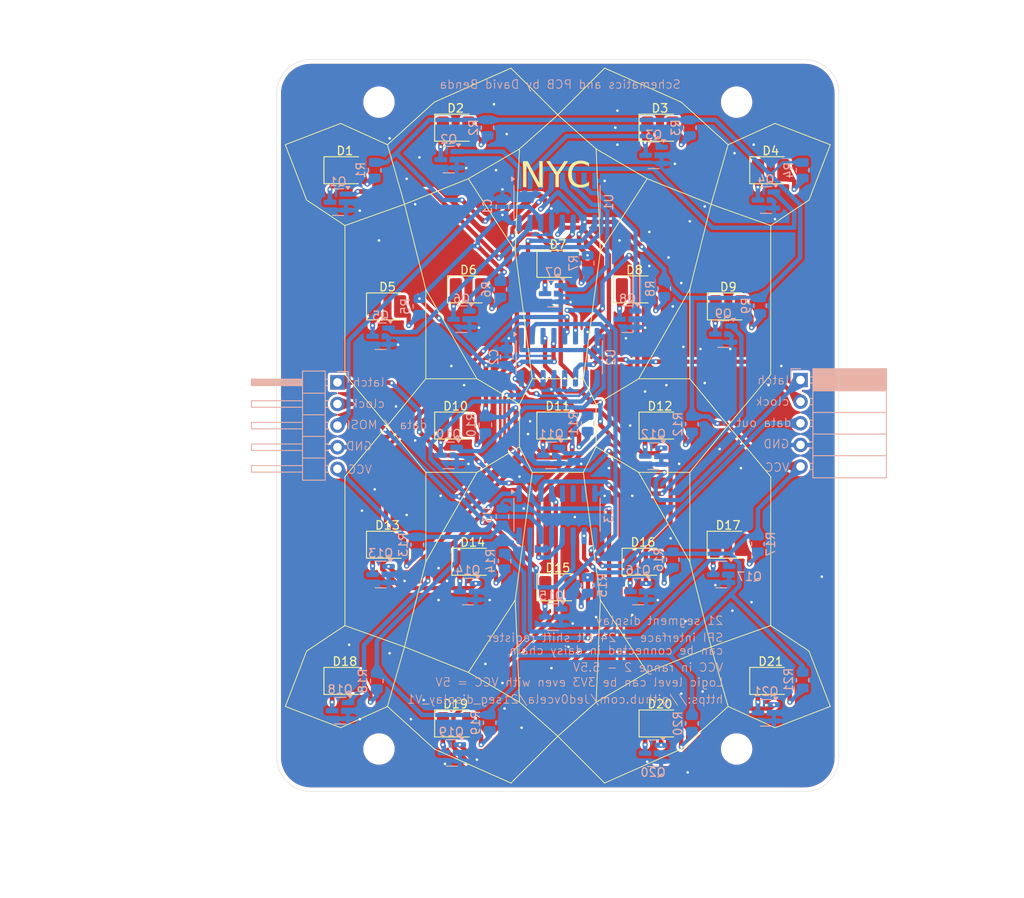
<source format=kicad_pcb>
(kicad_pcb (version 20241229) (generator "pcbnew") (generator_version "9.0")
  (layers (0 "F.Cu" signal) (2 "B.Cu" signal) (13 "F.Paste" user) (15 "B.Paste" user) (5 "F.SilkS" user "F.Silkscreen") (7 "B.SilkS" user "B.Silkscreen") (1 "F.Mask" user) (3 "B.Mask" user) (25 "Edge.Cuts" user))
  (net 0 "")
  (net 1 "GND")
  (net 2 "+5V")
  (net 3 "Net-(D1-K)")
  (net 4 "Net-(D1-A)")
  (net 5 "Net-(D2-K)")
  (net 6 "Net-(D2-A)")
  (net 7 "Net-(D3-K)")
  (net 8 "Net-(D3-A)")
  (net 9 "Net-(D4-K)")
  (net 10 "Net-(D4-A)")
  (net 11 "Net-(D5-A)")
  (net 12 "Net-(D5-K)")
  (net 13 "Net-(D6-K)")
  (net 14 "Net-(D6-A)")
  (net 15 "Net-(D7-K)")
  (net 16 "Net-(D7-A)")
  (net 17 "Net-(D8-A)")
  (net 18 "Net-(D8-K)")
  (net 19 "Net-(D9-K)")
  (net 20 "Net-(D9-A)")
  (net 21 "Net-(D10-K)")
  (net 22 "Net-(D10-A)")
  (net 23 "Net-(D11-A)")
  (net 24 "Net-(D11-K)")
  (net 25 "Net-(D12-K)")
  (net 26 "Net-(D13-K)")
  (net 27 "Net-(D13-A)")
  (net 28 "Net-(D14-A)")
  (net 29 "Net-(D14-K)")
  (net 30 "Net-(D15-K)")
  (net 31 "Net-(D15-A)")
  (net 32 "Net-(D16-A)")
  (net 33 "Net-(D16-K)")
  (net 34 "Net-(D17-A)")
  (net 35 "Net-(D17-K)")
  (net 36 "Net-(D18-K)")
  (net 37 "Net-(D18-A)")
  (net 38 "Net-(D19-A)")
  (net 39 "Net-(D19-K)")
  (net 40 "Net-(D20-K)")
  (net 41 "Net-(D20-A)")
  (net 42 "Net-(D21-K)")
  (net 43 "Net-(D21-A)")
  (net 44 "clock")
  (net 45 "data")
  (net 46 "latch")
  (net 47 "Net-(J2-Pin_3)")
  (net 48 "Net-(Q1-G)")
  (net 49 "Net-(Q2-G)")
  (net 50 "Net-(Q3-G)")
  (net 51 "Net-(Q4-G)")
  (net 52 "Net-(Q5-G)")
  (net 53 "Net-(Q6-G)")
  (net 54 "Net-(Q7-G)")
  (net 55 "Net-(Q8-G)")
  (net 56 "Net-(Q9-G)")
  (net 57 "Net-(Q10-G)")
  (net 58 "Net-(Q11-G)")
  (net 59 "Net-(Q12-G)")
  (net 60 "Net-(Q13-G)")
  (net 61 "Net-(Q14-G)")
  (net 62 "Net-(Q15-G)")
  (net 63 "Net-(Q16-G)")
  (net 64 "Net-(Q17-G)")
  (net 65 "Net-(Q18-G)")
  (net 66 "Net-(Q19-G)")
  (net 67 "Net-(Q20-G)")
  (net 68 "Net-(Q21-G)")
  (net 69 "Net-(U1-QH')")
  (net 70 "Net-(U2-QH')")
  (net 74 "Net-(D12-A)")
  (footprint "LED_SMD:LED_1210_3225Metric_Pad1.42x2.65mm_HandSolder" (layer "F.Cu") (at 150.25 68)
    (property "Reference" "D1")
    (property "Value" "LED")
  )
  (footprint "LED_SMD:LED_1210_3225Metric_Pad1.42x2.65mm_HandSolder" (layer "F.Cu") (at 195.275 84)
    (property "Reference" "D9")
    (property "Value" "LED")
  )
  (footprint "MountingHole:MountingHole_3.2mm_M3" (layer "F.Cu") (at 154.25 60)
    (property "Reference" "H1" (hide yes))
    (property "Value" "MountingHole")
  )
  (footprint "LED_SMD:LED_1210_3225Metric_Pad1.42x2.65mm_HandSolder" (layer "F.Cu") (at 187.25 98)
    (property "Reference" "D12")
    (property "Value" "LED")
  )
  (footprint "LED_SMD:LED_1210_3225Metric_Pad1.42x2.65mm_HandSolder" (layer "F.Cu") (at 200.25 68)
    (property "Reference" "D4")
    (property "Value" "LED")
  )
  (footprint "LED_SMD:LED_1210_3225Metric_Pad1.42x2.65mm_HandSolder" (layer "F.Cu") (at 175.25 98)
    (property "Reference" "D11")
    (property "Value" "LED")
  )
  (footprint "LED_SMD:LED_1210_3225Metric_Pad1.42x2.65mm_HandSolder" (layer "F.Cu") (at 175.2625 79)
    (property "Reference" "D7")
    (property "Value" "LED")
  )
  (footprint "LED_SMD:LED_1210_3225Metric_Pad1.42x2.65mm_HandSolder" (layer "F.Cu") (at 187.25 133)
    (property "Reference" "D20")
    (property "Value" "LED")
  )
  (footprint "LED_SMD:LED_1210_3225Metric_Pad1.42x2.65mm_HandSolder" (layer "F.Cu") (at 195.25 112)
    (property "Reference" "D17")
    (property "Value" "LED")
  )
  (footprint "LED_SMD:LED_1210_3225Metric_Pad1.42x2.65mm_HandSolder" (layer "F.Cu") (at 155.25 84)
    (property "Reference" "D5")
    (property "Value" "LED")
  )
  (footprint "LED_SMD:LED_1210_3225Metric_Pad1.42x2.65mm_HandSolder" (layer "F.Cu") (at 185.2625 114)
    (property "Reference" "D16")
    (property "Value" "LED")
  )
  (footprint "MountingHole:MountingHole_3.2mm_M3" (layer "F.Cu") (at 154.25 136)
    (property "Reference" "H3" (hide yes))
    (property "Value" "MountingHole")
  )
  (footprint "LED_SMD:LED_1210_3225Metric_Pad1.42x2.65mm_HandSolder" (layer "F.Cu") (at 155.25 112)
    (property "Reference" "D13")
    (property "Value" "LED")
  )
  (footprint "LED_SMD:LED_1210_3225Metric_Pad1.42x2.65mm_HandSolder" (layer "F.Cu") (at 164.7625 82)
    (property "Reference" "D6")
    (property "Value" "LED")
  )
  (footprint "LED_SMD:LED_1210_3225Metric_Pad1.42x2.65mm_HandSolder" (layer "F.Cu") (at 163.25 63)
    (property "Reference" "D2")
    (property "Value" "LED")
  )
  (footprint "LED_SMD:LED_1210_3225Metric_Pad1.42x2.65mm_HandSolder" (layer "F.Cu") (at 150.25 128)
    (property "Reference" "D18")
    (property "Value" "LED")
  )
  (footprint "LED_SMD:LED_1210_3225Metric_Pad1.42x2.65mm_HandSolder" (layer "F.Cu") (at 187.25 63)
    (property "Reference" "D3")
    (property "Value" "LED")
  )
  (footprint "LED_SMD:LED_1210_3225Metric_Pad1.42x2.65mm_HandSolder" (layer "F.Cu") (at 200.25 128)
    (property "Reference" "D21")
    (property "Value" "LED")
  )
  (footprint "MountingHole:MountingHole_3.2mm_M3" (layer "F.Cu") (at 196.25 136)
    (property "Reference" "H4" (hide yes))
    (property "Value" "MountingHole")
  )
  (footprint "LED_SMD:LED_1210_3225Metric_Pad1.42x2.65mm_HandSolder" (layer "F.Cu") (at 163.25 98)
    (property "Reference" "D10")
    (property "Value" "LED")
  )
  (footprint "LED_SMD:LED_1210_3225Metric_Pad1.42x2.65mm_HandSolder" (layer "F.Cu") (at 163.25 133)
    (property "Reference" "D19")
    (property "Value" "LED")
  )
  (footprint "LED_SMD:LED_1210_3225Metric_Pad1.42x2.65mm_HandSolder" (layer "F.Cu") (at 175.2625 117)
    (property "Reference" "D15")
    (property "Value" "LED")
  )
  (footprint "LED_SMD:LED_1210_3225Metric_Pad1.42x2.65mm_HandSolder" (layer "F.Cu") (at 165.2625 114)
    (property "Reference" "D14")
    (property "Value" "LED")
  )
  (footprint "LED_SMD:LED_1210_3225Metric_Pad1.42x2.65mm_HandSolder" (layer "F.Cu") (at 184.2625 82)
    (property "Reference" "D8")
    (property "Value" "LED")
  )
  (footprint "MountingHole:MountingHole_3.2mm_M3" (layer "F.Cu") (at 196.25 60)
    (property "Reference" "H2" (hide yes))
    (property "Value" "MountingHole")
  )
  (footprint "Resistor_SMD:R_0805_2012Metric" (layer "B.Cu") (at 178.75 97.75 -90)
    (property "Reference" "R11")
    (property "Value" "R")
  )
  (footprint "Connector_PinHeader_2.54mm:PinHeader_1x05_P2.54mm_Horizontal" (layer "B.Cu") (at 149.375 92.925 180)
    (property "Reference" "J1" (hide yes))
    (property "Value" "Conn_01x05_Pin")
  )
  (footprint "Package_TO_SOT_SMD:SOT-23" (layer "B.Cu") (at 174.465 101.5 180)
    (property "Reference" "Q11")
    (property "Value" "2N7002K")
  )
  (footprint "Package_TO_SOT_SMD:SOT-23" (layer "B.Cu") (at 184.6875 117.5 180)
    (property "Reference" "Q16")
    (property "Value" "2N7002K")
  )
  (footprint "Package_TO_SOT_SMD:SOT-23" (layer "B.Cu") (at 162.4375 101.5 180)
    (property "Reference" "Q10")
    (property "Value" "2N7002K")
  )
  (footprint "Resistor_SMD:R_0805_2012Metric" (layer "B.Cu") (at 188.75 113.75 -90)
    (property "Reference" "R16")
    (property "Value" "R")
  )
  (footprint "Package_TO_SOT_SMD:SOT-23" (layer "B.Cu") (at 174.6875 120.5 180)
    (property "Reference" "Q15")
    (property "Value" "2N7002K")
  )
  (footprint "Package_TO_SOT_SMD:SOT-23" (layer "B.Cu") (at 154.4375 87.5 180)
    (property "Reference" "Q5")
    (property "Value" "2N7002K")
  )
  (footprint "Resistor_SMD:R_0805_2012Metric" (layer "B.Cu") (at 168.5 82 -90)
    (property "Reference" "R6")
    (property "Value" "R")
  )
  (footprint "Resistor_SMD:R_0805_2012Metric" (layer "B.Cu") (at 198.75 111.9125 -90)
    (property "Reference" "R17")
    (property "Value" "R")
  )
  (footprint "Package_TO_SOT_SMD:SOT-23" (layer "B.Cu") (at 154.4375 115.5 180)
    (property "Reference" "Q13")
    (property "Value" "2N7002K")
  )
  (footprint "Package_TO_SOT_SMD:SOT-23" (layer "B.Cu") (at 174.6875 82.5 180)
    (property "Reference" "Q7")
    (property "Value" "2N7002K")
  )
  (footprint "Capacitor_SMD:C_0805_2012Metric" (layer "B.Cu") (at 169.25 89.95 90)
    (property "Reference" "C2")
    (property "Value" "1u")
  )
  (footprint "Resistor_SMD:R_0805_2012Metric" (layer "B.Cu") (at 204 68 -90)
    (property "Reference" "R4")
    (property "Value" "R")
  )
  (footprint "Resistor_SMD:R_0805_2012Metric" (layer "B.Cu") (at 153.75 68 -90)
    (property "Reference" "R1")
    (property "Value" "R")
  )
  (footprint "Capacitor_SMD:C_0805_2012Metric" (layer "B.Cu") (at 168.75 108.7 90)
    (property "Reference" "C3")
    (property "Value" "1u")
  )
  (footprint "Resistor_SMD:R_0805_2012Metric" (layer "B.Cu") (at 199 83.9125 -90)
    (property "Reference" "R9")
    (property "Value" "R")
  )
  (footprint "Resistor_SMD:R_0805_2012Metric" (layer "B.Cu") (at 154 128 -90)
    (property "Reference" "R18")
    (property "Value" "R")
  )
  (footprint "Package_TO_SOT_SMD:SOT-23" (layer "B.Cu") (at 183.4375 85.5 180)
    (property "Reference" "Q8")
    (property "Value" "2N7002K")
  )
  (footprint "Package_TO_SOT_SMD:SOT-23" (layer "B.Cu") (at 163.9375 85.5 180)
    (property "Reference" "Q6")
    (property "Value" "2N7002K")
  )
  (footprint "Package_TO_SOT_SMD:SOT-23" (layer "B.Cu") (at 186.4375 136.5 180)
    (property "Reference" "Q20")
    (property "Value" "2N7002K")
  )
  (footprint "Resistor_SMD:R_0805_2012Metric" (layer "B.Cu") (at 191 133 -90)
    (property "Reference" "R20")
    (property "Value" "R")
  )
  (footprint "Resistor_SMD:R_0805_2012Metric" (layer "B.Cu") (at 159 84 -90)
    (property "Reference" "R5")
    (property "Value" "R")
  )
  (footprint "Resistor_SMD:R_0805_2012Metric" (layer "B.Cu") (at 204 127.9125 -90)
    (property "Reference" "R21")
    (property "Value" "R")
  )
  (footprint "Connector_PinSocket_2.54mm:PinSocket_1x05_P2.54mm_Horizontal" (layer "B.Cu") (at 203.75 92.65 180)
    (property "Reference" "J2" (hide yes))
    (property "Value" "Conn_01x05_Pin")
  )
  (footprint "Resistor_SMD:R_0805_2012Metric" (layer "B.Cu") (at 169 113.9125 -90)
    (property "Reference" "R14")
    (property "Value" "R")
  )
  (footprint "Package_TO_SOT_SMD:SOT-23" (layer "B.Cu") (at 194.4375 115.5 180)
    (property "Reference" "Q17")
    (property "Value" "2N7002K")
  )
  (footprint "Package_TO_SOT_SMD:SOT-23" (layer "B.Cu") (at 162.8125 136.45 180)
    (property "Reference" "Q19")
    (property "Value" "2N7002K")
  )
  (footprint "Package_TO_SOT_SMD:SOT-23" (layer "B.Cu") (at 199.6875 71.5 180)
    (property "Reference" "Q4")
    (property "Value" "2N7002K")
  )
  (footprint "Resistor_SMD:R_0805_2012Metric" (layer "B.Cu") (at 187.75 81.9125 -90)
    (property "Reference" "R8")
    (property "Value" "R")
  )
  (footprint "Package_TO_SOT_SMD:SOT-23" (layer "B.Cu") (at 164.6875 117.5 180)
    (property "Reference" "Q14")
    (property "Value" "2N7002K")
  )
  (footprint "Package_TO_SOT_SMD:SOT-23" (layer "B.Cu") (at 186.5 66.25 180)
    (property "Reference" "Q3")
    (property "Value" "2N7002K")
  )
  (footprint "Resistor_SMD:R_0805_2012Metric" (layer "B.Cu") (at 166.75 97.9125 -90)
    (property "Reference" "R10")
    (property "Value" "R")
  )
  (footprint "Package_SO:SOIC-16_3.9x9.9mm_P1.27mm" (layer "B.Cu") (at 175.155 71.725 -90)
    (property "Reference" "U1")
    (property "Value" "74AHC595")
  )
  (footprint "Package_TO_SOT_SMD:SOT-23" (layer "B.Cu") (at 186.465 101.6 180)
    (property "Reference" "Q12")
    (property "Value" "2N7002K")
  )
  (footprint "Capacitor_SMD:C_0805_2012Metric" (layer "B.Cu") (at 168.75 72.3 90)
    (property "Reference" "C1")
    (property "Value" "1u")
  )
  (footprint "Package_TO_SOT_SMD:SOT-23" (layer "B.Cu") (at 194.6875 87.25 180)
    (property "Reference" "Q9")
    (property "Value" "2N7002K")
  )
  (footprint "Resistor_SMD:R_0805_2012Metric" (layer "B.Cu") (at 191 97.8375 -90)
    (property "Reference" "R12")
    (property "Value" "R")
  )
  (footprint "Resistor_SMD:R_0805_2012Metric" (layer "B.Cu") (at 178.75 78.9125 -90)
    (property "Reference" "R7")
    (property "Value" "R")
  )
  (footprint "Resistor_SMD:R_0805_2012Metric" (layer "B.Cu") (at 190.75 63 -90)
    (property "Reference" "R3")
    (property "Value" "R")
  )
  (footprint "Package_SO:SOIC-16_3.9x9.9mm_P1.27mm" (layer "B.Cu") (at 175.425 89.975 -90)
    (property "Reference" "U2")
    (property "Value" "74AHC595")
  )
  (footprint "Resistor_SMD:R_0805_2012Metric" (layer "B.Cu") (at 167 63 -90)
    (property "Reference" "R2")
    (property "Value" "R")
  )
  (footprint "Package_SO:SOIC-16_3.9x9.9mm_P1.27mm" (layer "B.Cu") (at 175.155 108.475 -90)
    (property "Reference" "U3")
    (property "Value" "74AHC595")
  )
  (footprint "Resistor_SMD:R_0805_2012Metric" (layer "B.Cu") (at 158.75 112 -90)
    (property "Reference" "R13")
    (property "Value" "R")
  )
  (footprint "Package_TO_SOT_SMD:SOT-23" (layer "B.Cu") (at 162.4375 66.75 180)
    (property "Reference" "Q2")
    (property "Value" "2N7002K")
  )
  (footprint "Package_TO_SOT_SMD:SOT-23" (layer "B.Cu") (at 199.6875 131.75 180)
    (property "Reference" "Q21")
    (property "Value" "2N7002K")
  )
  (footprint "Resistor_SMD:R_0805_2012Metric" (layer "B.Cu") (at 167.25 132.9125 -90)
    (property "Reference" "R19")
    (property "Value" "R")
  )
  (footprint "Resistor_SMD:R_0805_2012Metric" (layer "B.Cu") (at 178.75 116.75 -90)
    (property "Reference" "R15")
    (property "Value" "R")
  )
  (footprint "Package_TO_SOT_SMD:SOT-23" (layer "B.Cu") (at 149.4375 71.75 180)
    (property "Reference" "Q1")
    (property "Value" "2N7002K")
  )
  (footprint "Package_TO_SOT_SMD:SOT-23" (layer "B.Cu") (at 149.6875 131.5 180)
    (property "Reference" "Q18")
    (property "Value" "2N7002K")
  )
  (gr_line (start 159.75 92.5) (end 155.25 98) (stroke (width 0.1)) (layer "F.SilkS"))
  (gr_line (start 164.75 69) (end 170.75 65.5) (stroke (width 0.1)) (layer "F.SilkS"))
  (gr_line (start 180.75 56) (end 189.75 60) (stroke (width 0.1)) (layer "F.SilkS"))
  (gr_line (start 204.75 71.5) (end 207.25 65) (stroke (width 0.1)) (layer "F.SilkS"))
  (gr_line (start 185.75 69) (end 180.25 77.5) (stroke (width 0.1)) (layer "F.SilkS"))
  (gr_line (start 184.75 103.5) (end 190.75 114) (stroke (width 0.1)) (layer "F.SilkS"))
  (gr_line (start 169.75 140) (end 160.75 136) (stroke (width 0.1)) (layer "F.SilkS"))
  (gr_line (start 172.25 103.5) (end 178.25 103.5) (stroke (width 0.1)) (layer "F.SilkS"))
  (gr_line (start 170.75 130.5) (end 164.75 127) (stroke (width 0.1)) (layer "F.SilkS"))
  (gr_line (start 172.25 92.5) (end 170.75 95.5) (stroke (width 0.1)) (layer "F.SilkS"))
  (gr_line (start 159.75 114) (end 157.25 124) (stroke (width 0.1)) (layer "F.SilkS"))
  (gr_line (start 200.75 62.5) (end 195.25 65) (stroke (width 0.1)) (layer "F.SilkS"))
  (gr_line (start 180.25 77.5) (end 179.75 65.5) (stroke (width 0.1)) (layer "F.SilkS"))
  (gr_line (start 175.25 134.5) (end 169.75 140) (stroke (width 0.1)) (layer "F.SilkS"))
  (gr_line (start 143.25 65) (end 149.75 62.5) (stroke (width 0.1)) (layer "F.SilkS"))
  (gr_line (start 159.75 82) (end 157.25 72) (stroke (width 0.1)) (layer "F.SilkS"))
  (gr_line (start 184.75 92.5) (end 190.75 92.5) (stroke (width 0.1)) (layer "F.SilkS"))
  (gr_line (start 150.25 104) (end 150.25 121.5) (stroke (width 0.1)) (layer "F.SilkS"))
  (gr_line (start 200.25 92) (end 200.25 74.5) (stroke (width 0.1)) (layer "F.SilkS"))
  (gr_line (start 149.75 62.5) (end 155.25 65) (stroke (width 0.1)) (layer "F.SilkS"))
  (gr_line (start 190.75 103.5) (end 195.25 98) (stroke (width 0.1)) (layer "F.SilkS"))
  (gr_line (start 180.75 140) (end 189.75 136) (stroke (width 0.1)) (layer "F.SilkS"))
  (gr_line (start 175.25 134.5) (end 170.75 130.5) (stroke (width 0.1)) (layer "F.SilkS"))
  (gr_line (start 185.75 127) (end 180.25 118.5) (stroke (width 0.1)) (layer "F.SilkS"))
  (gr_line (start 195.25 98) (end 200.25 92) (stroke (width 0.1)) (layer "F.SilkS"))
  (gr_line (start 193.25 72) (end 185.75 69) (stroke (width 0.1)) (layer "F.SilkS"))
  (gr_line (start 172.25 103.5) (end 170.75 100.5) (stroke (width 0.1)) (layer "F.SilkS"))
  (gr_line (start 185.75 69) (end 179.75 65.5) (stroke (width 0.1)) (layer "F.SilkS"))
  (gr_line (start 170.25 118.5) (end 172.25 103.5) (stroke (width 0.1)) (layer "F.SilkS"))
  (gr_line (start 145.75 71.5) (end 143.25 65) (stroke (width 0.1)) (layer "F.SilkS"))
  (gr_line (start 145.75 124.5) (end 143.25 131) (stroke (width 0.1)) (layer "F.SilkS"))
  (gr_line (start 200.25 121.5) (end 204.75 124.5) (stroke (width 0.1)) (layer "F.SilkS"))
  (gr_line (start 175.25 61.5) (end 169.75 56) (stroke (width 0.1)) (layer "F.SilkS"))
  (gr_line (start 175.25 61.5) (end 180.75 56) (stroke (width 0.1)) (layer "F.SilkS"))
  (gr_line (start 150.25 92) (end 150.25 74.5) (stroke (width 0.1)) (layer "F.SilkS"))
  (gr_line (start 155.25 98) (end 150.25 92) (stroke (width 0.1)) (layer "F.SilkS"))
  (gr_line (start 157.25 72) (end 164.75 69) (stroke (width 0.1)) (layer "F.SilkS"))
  (gr_line (start 170.75 130.5) (end 170.25 118.5) (stroke (width 0.1)) (layer "F.SilkS"))
  (gr_line (start 150.25 121.5) (end 157.25 124) (stroke (width 0.1)) (layer "F.SilkS"))
  (gr_line (start 159.75 82) (end 165.75 92.5) (stroke (width 0.1)) (layer "F.SilkS"))
  (gr_line (start 200.25 74.5) (end 204.75 71.5) (stroke (width 0.1)) (layer "F.SilkS"))
  (gr_line (start 179.75 65.5) (end 175.25 61.5) (stroke (width 0.1)) (layer "F.SilkS"))
  (gr_line (start 150.25 121.5) (end 145.75 124.5) (stroke (width 0.1)) (layer "F.SilkS"))
  (gr_line (start 190.75 114) (end 193.25 124) (stroke (width 0.1)) (layer "F.SilkS"))
  (gr_line (start 184.75 92.5) (end 190.75 82) (stroke (width 0.1)) (layer "F.SilkS"))
  (gr_line (start 179.75 95.5) (end 184.75 92.5) (stroke (width 0.1)) (layer "F.SilkS"))
  (gr_line (start 165.75 103.5) (end 159.75 114) (stroke (width 0.1)) (layer "F.SilkS"))
  (gr_line (start 190.75 92.5) (end 195.25 98) (stroke (width 0.1)) (layer "F.SilkS"))
  (gr_line (start 175.25 134.5) (end 180.75 140) (stroke (width 0.1)) (layer "F.SilkS"))
  (gr_line (start 190.75 103.5) (end 190.75 114) (stroke (width 0.1)) (layer "F.SilkS"))
  (gr_line (start 178.25 103.5) (end 180.25 118.5) (stroke (width 0.1)) (layer "F.SilkS"))
  (gr_line (start 195.25 65) (end 193.25 72) (stroke (width 0.1)) (layer "F.SilkS"))
  (gr_line (start 193.25 124) (end 185.75 127) (stroke (width 0.1)) (layer "F.SilkS"))
  (gr_line (start 178.25 92.5) (end 179.75 95.5) (stroke (width 0.1)) (layer "F.SilkS"))
  (gr_line (start 204.75 124.5) (end 207.25 131) (stroke (width 0.1)) (layer "F.SilkS"))
  (gr_line (start 170.75 65.5) (end 170.25 77.5) (stroke (width 0.1)) (layer "F.SilkS"))
  (gr_line (start 189.75 60) (end 195.25 65) (stroke (width 0.1)) (layer "F.SilkS"))
  (gr_line (start 179.75 130.5) (end 185.75 127) (stroke (width 0.1)) (layer "F.SilkS"))
  (gr_line (start 165.75 92.5) (end 159.75 92.5) (stroke (width 0.1)) (layer "F.SilkS"))
  (gr_line (start 150.25 74.5) (end 157.25 72) (stroke (width 0.1)) (layer "F.SilkS"))
  (gr_line (start 189.75 136) (end 195.25 131) (stroke (width 0.1)) (layer "F.SilkS"))
  (gr_line (start 200.25 104) (end 200.25 121.5) (stroke (width 0.1)) (layer "F.SilkS"))
  (gr_line (start 170.75 95.5) (end 170.75 100.5) (stroke (width 0.1)) (layer "F.SilkS"))
  (gr_line (start 175.25 61.5) (end 170.75 65.5) (stroke (width 0.1)) (layer "F.SilkS"))
  (gr_line (start 150.25 74.5) (end 145.75 71.5) (stroke (width 0.1)) (layer "F.SilkS"))
  (gr_line (start 143.25 131) (end 149.75 133.5) (stroke (width 0.1)) (layer "F.SilkS"))
  (gr_line (start 180.25 118.5) (end 179.75 130.5) (stroke (width 0.1)) (layer "F.SilkS"))
  (gr_line (start 155.25 98) (end 150.25 104) (stroke (width 0.1)) (layer "F.SilkS"))
  (gr_line (start 159.75 103.5) (end 155.25 98) (stroke (width 0.1)) (layer "F.SilkS"))
  (gr_line (start 179.75 95.5) (end 179.75 100.5) (stroke (width 0.1)) (layer "F.SilkS"))
  (gr_line (start 170.75 95.5) (end 165.75 92.5) (stroke (width 0.1)) (layer "F.SilkS"))
  (gr_line (start 184.75 103.5) (end 190.75 103.5) (stroke (width 0.1)) (layer "F.SilkS"))
  (gr_line (start 165.75 103.5) (end 159.75 103.5) (stroke (width 0.1)) (layer "F.SilkS"))
  (gr_line (start 160.75 136) (end 155.25 131) (stroke (width 0.1)) (layer "F.SilkS"))
  (gr_line (start 207.25 131) (end 200.75 133.5) (stroke (width 0.1)) (layer "F.SilkS"))
  (gr_line (start 200.25 74.5) (end 193.25 72) (stroke (width 0.1)) (layer "F.SilkS"))
  (gr_line (start 200.75 133.5) (end 195.25 131) (stroke (width 0.1)) (layer "F.SilkS"))
  (gr_line (start 155.25 131) (end 157.25 124) (stroke (width 0.1)) (layer "F.SilkS"))
  (gr_line (start 179.75 100.5) (end 184.75 103.5) (stroke (width 0.1)) (layer "F.SilkS"))
  (gr_line (start 170.25 77.5) (end 172.25 92.5) (stroke (width 0.1)) (layer "F.SilkS"))
  (gr_line (start 195.25 131) (end 193.25 124) (stroke (width 0.1)) (layer "F.SilkS"))
  (gr_line (start 190.75 92.5) (end 190.75 82) (stroke (width 0.1)) (layer "F.SilkS"))
  (gr_line (start 159.75 92.5) (end 159.75 82) (stroke (width 0.1)) (layer "F.SilkS"))
  (gr_line (start 179.75 130.5) (end 175.25 134.5) (stroke (width 0.1)) (layer "F.SilkS"))
  (gr_line (start 169.75 56) (end 160.75 60) (stroke (width 0.1)) (layer "F.SilkS"))
  (gr_line (start 149.75 133.5) (end 155.25 131) (stroke (width 0.1)) (layer "F.SilkS"))
  (gr_line (start 178.25 103.5) (end 179.75 100.5) (stroke (width 0.1)) (layer "F.SilkS"))
  (gr_line (start 157.25 124) (end 164.75 127) (stroke (width 0.1)) (layer "F.SilkS"))
  (gr_line (start 159.75 103.5) (end 159.75 114) (stroke (width 0.1)) (layer "F.SilkS"))
  (gr_line (start 190.75 82) (end 193.25 72) (stroke (width 0.1)) (layer "F.SilkS"))
  (gr_line (start 178.25 92.5) (end 180.25 77.5) (stroke (width 0.1)) (layer "F.SilkS"))
  (gr_line (start 195.25 98) (end 200.25 104) (stroke (width 0.1)) (layer "F.SilkS"))
  (gr_line (start 164.75 127) (end 170.25 118.5) (stroke (width 0.1)) (layer "F.SilkS"))
  (gr_line (start 160.75 60) (end 155.25 65) (stroke (width 0.1)) (layer "F.SilkS"))
  (gr_line (start 155.25 65) (end 157.25 72) (stroke (width 0.1)) (layer "F.SilkS"))
  (gr_line (start 200.25 121.5) (end 193.25 124) (stroke (width 0.1)) (layer "F.SilkS"))
  (gr_line (start 172.25 92.5) (end 178.25 92.5) (stroke (width 0.1)) (layer "F.SilkS"))
  (gr_line (start 164.75 69) (end 170.25 77.5) (stroke (width 0.1)) (layer "F.SilkS"))
  (gr_line (start 170.75 100.5) (end 165.75 103.5) (stroke (width 0.1)) (layer "F.SilkS"))
  (gr_line (start 207.25 65) (end 200.75 62.5) (stroke (width 0.1)) (layer "F.SilkS"))
  (gr_line (start 142.25 59) (end 142.25 137) (stroke (width 0.05)) (layer "Edge.Cuts"))
  (gr_line (start 204.25 55) (end 146.25 55) (stroke (width 0.05)) (layer "Edge.Cuts"))
  (gr_arc (start 142.25 59) (mid 143.421573 56.171573) (end 146.25 55) (stroke (width 0.05)) (layer "Edge.Cuts"))
  (gr_line (start 208.25 137) (end 208.25 59) (stroke (width 0.05)) (layer "Edge.Cuts"))
  (gr_arc (start 146.25 141) (mid 143.421573 139.828427) (end 142.25 137) (stroke (width 0.05)) (layer "Edge.Cuts"))
  (gr_line (start 146.25 141) (end 204.25 141) (stroke (width 0.05)) (layer "Edge.Cuts"))
  (gr_arc (start 208.25 137) (mid 207.078427 139.828427) (end 204.25 141) (stroke (width 0.05)) (layer "Edge.Cuts"))
  (gr_arc (start 204.25 55) (mid 207.078427 56.171573) (end 208.25 59) (stroke (width 0.05)) (layer "Edge.Cuts"))
  (gr_text "NYC" (at 170.75 70.5 0) (layer "F.SilkS") (effects (font (size 3 3) (thickness 0.125)) (justify left bottom)))
  (gr_text "VCC in range 2 - 5.5V" (at 194.75 127 0) (layer "B.SilkS") (effects (font (size 1 1) (thickness 0.1)) (justify left bottom mirror)))
  (gr_text "SPI interface - 24 bit shift register" (at 194.75 123.5 0) (layer "B.SilkS") (effects (font (size 1 1) (thickness 0.1)) (justify left bottom mirror)))
  (gr_text "can be connected in daisy chain" (at 194.75 125 0) (layer "B.SilkS") (effects (font (size 1 1) (thickness 0.1)) (justify left bottom mirror)))
  (gr_text "VCC" (at 202.5 103.5 0) (layer "B.SilkS") (effects (font (size 1 1) (thickness 0.1)) (justify left bottom mirror)))
  (gr_text "data / MOSI" (at 160 98.5 0) (layer "B.SilkS") (effects (font (size 1 1) (thickness 0.1)) (justify left bottom mirror)))
  (gr_text "clock\n" (at 202.5 95.75 0) (layer "B.SilkS") (effects (font (size 1 1) (thickness 0.1)) (justify left bottom mirror)))
  (gr_text "https://github.com/Jed0vcela/21seg_display_V1" (at 194.75 130.75 0) (layer "B.SilkS") (effects (font (size 1 1) (thickness 0.1)) (justify left bottom mirror)))
  (gr_text "clock\n" (at 155 96 0) (layer "B.SilkS") (effects (font (size 1 1) (thickness 0.1)) (justify left bottom mirror)))
  (gr_text "latch" (at 155 93.5 0) (layer "B.SilkS") (effects (font (size 1 1) (thickness 0.1)) (justify left bottom mirror)))
  (gr_text "VCC" (at 153.5 103.75 0) (layer "B.SilkS") (effects (font (size 1 1) (thickness 0.1)) (justify left bottom mirror)))
  (gr_text "GND" (at 202.5 100.75 0) (layer "B.SilkS") (effects (font (size 1 1) (thickness 0.1)) (justify left bottom mirror)))
  (gr_text "data out" (at 202.75 98.25 0) (layer "B.SilkS") (effects (font (size 1 1) (thickness 0.1)) (justify left bottom mirror)))
  (gr_text "Schematics and PCB by David Benda" (at 189.75 58.5 0) (layer "B.SilkS") (effects (font (size 1 1) (thickness 0.1)) (justify left bottom mirror)))
  (gr_text "GND" (at 153.5 101 0) (layer "B.SilkS") (effects (font (size 1 1) (thickness 0.1)) (justify left bottom mirror)))
  (gr_text "Logic level can be 3V3 even with VCC = 5V" (at 194.75 128.75 0) (layer "B.SilkS") (effects (font (size 1 1) (thickness 0.1)) (justify left bottom mirror)))
  (gr_text "latch" (at 202.5 93.25 0) (layer "B.SilkS") (effects (font (size 1 1) (thickness 0.1)) (justify left bottom mirror)))
  (gr_text "21 segment display" (at 194.75 121.5 0) (layer "B.SilkS") (effects (font (size 1 1) (thickness 0.1)) (justify left bottom mirror)))
  (via (at 174.5 93.75) (size 0.6) (drill 0.3) (layers "F.Cu" "B.Cu") (net 1))
  (via (at 179.75 120.5) (size 0.6) (drill 0.3) (layers "F.Cu" "B.Cu") (net 1))
  (via (at 188 93.25) (size 0.6) (drill 0.3) (layers "F.Cu" "B.Cu") (net 1))
  (via (at 176.75 83.5) (size 0.6) (drill 0.3) (layers "F.Cu" "B.Cu") (net 1))
  (via (at 185.5 94) (size 0.6) (drill 0.3) (layers "F.Cu" "B.Cu") (net 1))
  (via (at 164.25 93.25) (size 0.6) (drill 0.3) (layers "F.Cu" "B.Cu") (net 1))
  (via (at 180.75 69.25) (size 0.6) (drill 0.3) (layers "F.Cu" "B.Cu") (net 1))
  (via (at 192 89) (size 0.6) (drill 0.3) (layers "F.Cu" "B.Cu") (net 1))
  (via (at 155.5 64.25) (size 0.6) (drill 0.3) (layers "F.Cu" "B.Cu") (net 1))
  (via (at 182.25 61) (size 0.6) (drill 0.3) (layers "F.Cu" "B.Cu") (net 1))
  (via (at 195.75 119.75) (size 0.6) (drill 0.3) (layers "F.Cu" "B.Cu") (net 1))
  (via (at 177.25 108.75) (size 0.6) (drill 0.3) (layers "F.Cu" "B.Cu") (net 1))
  (via (at 158.5 99.75) (size 0.6) (drill 0.3) (layers "F.Cu" "B.Cu") (net 1))
  (via (at 158.5 72) (size 0.6) (drill 0.3) (layers "F.Cu" "B.Cu") (net 1))
  (via (at 181.25 103) (size 0.6) (drill 0.3) (layers "F.Cu" "B.Cu") (net 1))
  (via (at 177 121.25) (size 0.6) (drill 0.3) (layers "F.Cu" "B.Cu") (net 1))
  (via (at 152 72.75) (size 0.6) (drill 0.3) (layers "F.Cu" "B.Cu") (net 1))
  (via (at 176.5 124) (size 0.6) (drill 0.3) (layers "F.Cu" "B.Cu") (net 1))
  (via (at 201.5 91) (size 0.6) (drill 0.3) (layers "F.Cu" "B.Cu") (net 1))
  (via (at 168.75 128.25) (size 0.6) (drill 0.3) (layers "F.Cu" "B.Cu") (net 1))
  (via (at 162 137.75) (size 0.6) (drill 0.3) (layers "F.Cu" "B.Cu") (net 1))
  (via (at 157.5 69) (size 0.6) (drill 0.3) (layers "F.Cu" "B.Cu") (net 1))
  (via (at 152.25 108) (size 0.6) (drill 0.3) (layers "F.Cu" "B.Cu") (net 1))
  (via (at 165.75 137.25) (size 0.6) (drill 0.3) (layers "F.Cu" "B.Cu") (net 1))
  (via (at 188.75 84) (size 0.6) (drill 0.3) (layers "F.Cu" "B.Cu") (net 1))
  (via (at 157.5 108.5) (size 0.6) (drill 0.3) (layers "F.Cu" "B.Cu") (net 1))
  (via (at 194.25 100.75) (size 0.6) (drill 0.3) (layers "F.Cu" "B.Cu") (net 1))
  (via (at 198 118.75) (size 0.6) (drill 0.3) (layers "F.Cu" "B.Cu") (net 1))
  (via (at 171 133.5) (size 0.6) (drill 0.3) (layers "F.Cu" "B.Cu") (net 1))
  (via (at 159.5 130.25) (size 0.6) (drill 0.3) (layers "F.Cu" "B.Cu") (net 1))
  (via (at 162.25 116.25) (size 0.6) (drill 0.3) (layers "F.Cu" "B.Cu") (net 1))
  (via (at 182.25 65) (size 0.6) (drill 0.3) (layers "F.Cu" "B.Cu") (net 1))
  (via (at 188.5 111.25) (size 0.6) (drill 0.3) (layers "F.Cu" "B.Cu") (net 1))
  (via (at 154.25 76.25) (size 0.6) (drill 0.3) (layers "F.Cu" "B.Cu") (net 1))
  (via (at 190 88.75) (size 0.6) (drill 0.3) (layers "F.Cu" "B.Cu") (net 1))
  (via (at 167.75 60.25) (size 0.6) (drill 0.3) (layers "F.Cu" "B.Cu") (net 1))
  (via (at 158 132.5) (size 0.6) (drill 0.3) (layers "F.Cu" "B.Cu") (net 1))
  (via (at 174.5 126.5) (size 0.6) (drill 0.3) (layers "F.Cu" "B.Cu") (net 1))
  (via (at 155.5 124.75) (size 0.6) (drill 0.3) (layers "F.Cu" "B.Cu") (net 1))
  (via (at 169 131.25) (size 0.6) (drill 0.3) (layers "F.Cu" "B.Cu") (net 1))
  (via (at 195.5 89) (size 0.6) (drill 0.3) (layers "F.Cu" "B.Cu") (net 1))
  (via (at 156.5 88.5) (size 0.6) (drill 0.3) (layers "F.Cu" "B.Cu") (net 1))
  (via (at 169.25 63.75) (size 0.6) (drill 0.3) (layers "F.Cu" "B.Cu") (net 1))
  (via (at 183.25 87.75) (size 0.6) (drill 0.3) (layers "F.Cu" "B.Cu") (net 1))
  (via (at 189.5 102.5) (size 0.6) (drill 0.3) (layers "F.Cu" "B.Cu") (net 1))
  (via (at 157.25 116.25) (size 0.6) (drill 0.3) (layers "F.Cu" "B.Cu") (net 1))
  (via (at 196.75 103) (size 0.6) (drill 0.3) (layers "F.Cu" "B.Cu") (net 1))
  (via (at 168 68) (size 0.6) (drill 0.3) (layers "F.Cu" "B.Cu") (net 1))
  (via (at 178 102.5) (size 0.6) (drill 0.3) (layers "F.Cu" "B.Cu") (net 1))
  (via (at 159 66.5) (size 0.6) (drill 0.3) (layers "F.Cu" "B.Cu") (net 1))
  (via (at 153.75 105.5) (size 0.6) (drill 0.3) (layers "F.Cu" "B.Cu") (net 1))
  (via (at 192.25 129.25) (size 0.6) (drill 0.3) (layers "F.Cu" "B.Cu") (net 1))
  (via (at 193.75 116.75) (size 0.6) (drill 0.3) (layers "F.Cu" "B.Cu") (net 1))
  (via (at 171.75 99) (size 0.6) (drill 0.3) (layers "F.Cu" "B.Cu") (net 1))
  (via (at 196 66) (size 0.6) (drill 0.3) (layers "F.Cu" "B.Cu") (net 1))
  (via (at 167.25 118.5) (size 0.6) (drill 0.3) (layers "F.Cu" "B.Cu") (net 1))
  (via (at 170.75 104) (size 0.6) (drill 0.3) (layers "F.Cu" "B.Cu") (net 1))
  (via (at 166.75 126) (size 0.6) (drill 0.3) (layers "F.Cu" "B.Cu") (net 1))
  (via (at 161.25 118.5) (size 0.6) (drill 0.3) (layers "F.Cu" "B.Cu") (net 1))
  (via (at 150.75 123.75) (size 0.6) (drill 0.3) (layers "F.Cu" "B.Cu") (net 1))
  (via (at 182.5 76.25) (size 0.6) (drill 0.3) (layers "F.Cu" "B.Cu") (net 1))
  (via (at 180 88.75) (size 0.6) (drill 0.3) (layers "F.Cu" "B.Cu") (net 1))
  (via (at 152 132.5) (size 0.6) (drill 0.3) (layers "F.Cu" "B.Cu") (net 1))
  (via (at 164.5 67.75) (size 0.6) (drill 0.3) (layers "F.Cu" "B.Cu") (net 1))
  (via (at 192.5 72.25) (size 0.6) (drill 0.3) (layers "F.Cu" "B.Cu") (net 1))
  (via (at 168.75 70.25) (size 0.6) (drill 0.3) (layers "F.Cu" "B.Cu") (net 1))
  (via (at 186 79.25) (size 0.6) (drill 0.3) (layers "F.Cu" "B.Cu") (net 1))
  (via (at 192.5 93) (size 0.6) (drill 0.3) (layers "F.Cu" "B.Cu") (net 1))
  (via (at 164.75 102.5) (size 0.6) (drill 0.3) (layers "F.Cu" "B.Cu") (net 1))
  (via (at 190.75 74) (size 0.6) (drill 0.3) (layers "F.Cu" "B.Cu") (net 1))
  (via (at 184 120.25) (size 0.6) (drill 0.3) (layers "F.Cu" "B.Cu") (net 1))
  (via (at 187 118.5) (size 0.6) (drill 0.3) (layers "F.Cu" "B.Cu") (net 1))
  (via (at 182 63) (size 0.6) (drill 0.3) (layers "F.Cu" "B.Cu") (net 1))
  (via (at 185.75 137.5) (size 0.6) (drill 0.3) (layers "F.Cu" "B.Cu") (net 1))
  (via (at 183.75 98) (size 0.6) (drill 0.3) (layers "F.Cu" "B.Cu") (net 1))
  (via (at 172 97.5) (size 0.6) (drill 0.3) (layers "F.Cu" "B.Cu") (net 1))
  (via (at 189.75 129.5) (size 0.6) (drill 0.3) (layers "F.Cu" "B.Cu") (net 1))
  (via (at 174.5 72.5) (size 0.6) (drill 0.3) (layers "F.Cu" "B.Cu") (net 1))
  (via (at 169.5 87.75) (size 0.6) (drill 0.3) (layers "F.Cu" "B.Cu") (net 1))
  (via (at 184 106.25) (size 0.6) (drill 0.3) (layers "F.Cu" "B.Cu") (net 1))
  (via (at 171.25 107.75) (size 0.6) (drill 0.3) (layers "F.Cu" "B.Cu") (net 1))
  (via (at 156.25 95.75) (size 0.6) (drill 0.3) (layers "F.Cu" "B.Cu") (net 1))
  (via (at 161.25 114.75) (size 0.6) (drill 0.3) (layers "F.Cu" "B.Cu") (net 1))
  (via (at 162.75 91) (size 0.6) (drill 0.3) (layers "F.Cu" "B.Cu") (net 1))
  (via (at 200.75 73.75) (size 0.6) (drill 0.3) (layers "F.Cu" "B.Cu") (net 1))
  (via (at 166 86.5) (size 0.6) (drill 0.3) (layers "F.Cu" "B.Cu") (net 1))
  (via (at 200 93.25) (size 0.6) (drill 0.3) (layers "F.Cu" "B.Cu") (net 1))
  (via (at 186 75.25) (size 0.6) (drill 0.3) (layers "F.Cu" "B.Cu") (net 1))
  (via (at 189 67.25) (size 0.6) (drill 0.3) (layers "F.Cu" "B.Cu") (net 1))
  (via (at 180.75 106.25) (size 0.6) (drill 0.3) (layers "F.Cu" "B.Cu") (net 1))
  (via (at 188.25 78.25) (size 0.6) (drill 0.3) (layers "F.Cu" "B.Cu") (net 1))
  (via (at 198.25 65) (size 0.6) (drill 0.3) (layers "F.Cu" "B.Cu") (net 1))
  (via (at 189.75 81.25) (size 0.6) (drill 0.3) (layers "F.Cu" "B.Cu") (net 1))
  (via (at 206.25 115.75) (size 0.6) (drill 0.3) (layers "F.Cu" "B.Cu") (net 1))
  (via (at 190.25 121) (size 0.6) (drill 0.3) (layers "F.Cu" "B.Cu") (net 1))
  (via (at 185.5 86.5) (size 0.6) (drill 0.3) (layers "F.Cu" "B.Cu") (net 1))
  (via (at 161.5 106.25) (size 0.6) (drill 0.3) (layers "F.Cu" "B.Cu") (net 1))
  (via (at 190.5 138.75) (size 0.6) (drill 0.3) (layers "F.Cu" "B.Cu") (net 1))
  (segment (start 172 94.25) (end 170.25 92.5) (width 0.3) (layer "F.Cu") (net 2))
  (segment (start 173.751 72.059662) (end 173.751 71.438925) (width 0.5) (layer "F.Cu") (net 2))
  (segment (start 182.200465 74.075465) (end 178.391003 74.075465) (width 0.5) (layer "F.Cu") (net 2))
  (segment (start 176.5 101.75) (end 172.75 101.75) (width 0.5) (layer "F.Cu") (net 2))
  (segment (start 166.75 96) (end 166.8084 95.9416) (width 0.5) (layer "F.Cu") (net 2))
  (segment (start 178.800415 115.887915) (end 178.75 115.8375) (width 0.5) (layer "F.Cu") (net 2))
  (segment (start 177.75 77) (end 178.75 78) (width 0.5) (layer "F.Cu") (net 2))
  (segment (start 173.751 71.438925) (end 173.311075 70.999) (width 0.5) (layer "F.Cu") (net 2))
  (segment (start 200.06 102.81) (end 203.75 102.81) (width 0.5) (layer "F.Cu") (net 2))
  (segment (start 177.75 75.5) (end 177.75 77) (width 0.5) (layer "F.Cu") (net 2))
  (segment (start 176.949997 101.370715) (end 176.535356 101.785356) (width 0.5) (layer "F.Cu") (net 2))
  (segment (start 178.800415 122.951) (end 178.800415 115.887915) (width 0.5) (layer "F.Cu") (net 2))
  (segment (start 161.298227 85.385727) (end 159 83.0875) (width 0.5) (layer "F.Cu") (net 2))
  (segment (start 172.75 94.25) (end 172 94.25) (width 0.3) (layer "F.Cu") (net 2))
  (segment (start 170.302132 99.302132) (end 170.302132 95.923) (width 0.5) (layer "F.Cu") (net 2))
  (segment (start 173.311075 70.999) (end 171.001 70.999) (width 0.5) (layer "F.Cu") (net 2))
  (segment (start 168.908023 79.968685) (end 165.844669 76.905331) (width 0.5) (layer "F.Cu") (net 2))
  (segment (start 176.535356 101.785356) (end 176.5 101.75) (width 0.5) (layer "F.Cu") (net 2))
  (segment (start 194 97.75) (end 195 97.75) (width 0.5) (layer "F.Cu") (net 2))
  (segment (start 176.949997 100.5) (end 176.949997 101.370715) (width 0.5) (layer "F.Cu") (net 2))
  (segment (start 178.33 113.58) (end 178.33 110.95) (width 0.5) (layer "F.Cu") (net 2))
  (segment (start 172.75 101.75) (end 170.302132 99.302132) (width 0.5) (layer "F.Cu") (net 2))
  (segment (start 164 71.5) (end 166.5 74) (width 0.5) (layer "F.Cu") (net 2))
  (segment (start 173.240212 72.57045) (end 173.751 72.059662) (width 0.5) (layer "F.Cu") (net 2))
  (segment (start 171.001 70.999) (end 168.75 73.25) (width 0.5) (layer "F.Cu") (net 2))
  (segment (start 166.5 74) (end 166.75 74) (width 0.5) (layer "F.Cu") (net 2))
  (segment (start 179.343685 114.593685) (end 178.33 113.58) (width 0.5) (layer "F.Cu") (net 2))
  (segment (start 195 97.75) (end 200.06 102.81) (width 0.5) (layer "F.Cu") (net 2))
  (segment (start 166.8084 95.9416) (end 166.8084 90.9) (width 0.5) (layer "F.Cu") (net 2))
  (segment (start 168.968685 79.968685) (end 168.908023 79.968685) (width 0.5) (layer "F.Cu") (net 2))
  (segment (start 185.125 77) (end 182.200465 74.075465) (width 0.5) (layer "F.Cu") (net 2))
  (via (at 159 83.0875) (size 0.6) (drill 0.3) (layers "F.Cu" "B.Cu") (net 2))
  (via (at 185.125 77) (size 0.6) (drill 0.3) (layers "F.Cu" "B.Cu") (net 2))
  (via (at 168.968685 79.968685) (size 0.6) (drill 0.3) (layers "F.Cu" "B.Cu") (net 2))
  (via (at 173.240212 72.57045) (size 0.6) (drill 0.3) (layers "F.Cu" "B.Cu") (net 2))
  (via (at 178.33 110.95) (size 0.6) (drill 0.3) (layers "F.Cu" "B.Cu") (net 2))
  (via (at 166.75 96) (size 0.6) (drill 0.3) (layers "F.Cu" "B.Cu") (net 2))
  (via (at 178.75 78) (size 0.6) (drill 0.3) (layers "F.Cu" "B.Cu") (net 2))
  (via (at 166.75 74) (size 0.6) (drill 0.3) (layers "F.Cu" "B.Cu") (net 2))
  (via (at 161.298227 85.385727) (size 0.6) (drill 0.3) (layers "F.Cu" "B.Cu") (net 2))
  (via (at 172.75 94.25) (size 0.6) (drill 0.3) (layers "F.Cu" "B.Cu") (net 2))
  (via (at 168.75 73.25) (size 0.6) (drill 0.3) (layers "F.Cu" "B.Cu") (net 2))
  (via (at 177.75 75.5) (size 0.6) (drill 0.3) (layers "F.Cu" "B.Cu") (net 2))
  (via (at 178.391003 74.075465) (size 0.6) (drill 0.3) (layers "F.Cu" "B.Cu") (net 2))
  (via (at 170.302132 95.923) (size 0.6) (drill 0.3) (layers "F.Cu" "B.Cu") (net 2))
  (via (at 166.8084 90.9) (size 0.6) (drill 0.3) (layers "F.Cu" "B.Cu") (net 2))
  (via (at 176.949997 100.5) (size 0.6) (drill 0.3) (layers "F.Cu" "B.Cu") (net 2))
  (via (at 178.75 115.8375) (size 0.6) (drill 0.3) (layers "F.Cu" "B.Cu") (net 2))
  (via (at 179.343685 114.593685) (size 0.6) (drill 0.3) (layers "F.Cu" "B.Cu") (net 2))
  (via (at 165.844669 76.905331) (size 0.6) (drill 0.3) (layers "F.Cu" "B.Cu") (net 2))
  (via (at 164 71.5) (size 0.6) (drill 0.3) (layers "F.Cu" "B.Cu") (net 2))
  (via (at 178.800415 122.951) (size 0.6) (drill 0.3) (layers "F.Cu" "B.Cu") (net 2))
  (via (at 170.25 92.5) (size 0.6) (drill 0.3) (layers "F.Cu" "B.Cu") (net 2))
  (via (at 194 97.75) (size 0.6) (drill 0.3) (layers "F.Cu" "B.Cu") (net 2))
  (segment (start 188.25 62.0875) (end 190.75 62.0875) (width 0.5) (layer "B.Cu") (net 2))
  (segment (start 187.75 79.625) (end 185.125 77) (width 0.5) (layer "B.Cu") (net 2))
  (segment (start 167.3125 111.0875) (end 168.75 109.65) (width 0.5) (layer "B.Cu") (net 2))
  (segment (start 156.25 66) (end 161.75 71.5) (width 0.5) (layer "B.Cu") (net 2))
  (segment (start 165.182169 76.905331) (end 165.844669 76.905331) (width 0.5) (layer "B.Cu") (net 2))
  (segment (start 170.05 110.95) (end 168.75 109.65) (width 0.5) (layer "B.Cu") (net 2))
  (segment (start 170.151 128.5865) (end 170.151 125) (width 0.5) (layer "B.Cu") (net 2))
  (segment (start 154 123.312075) (end 154 127.0875) (width 0.5) (layer "B.Cu") (net 2))
  (segment (start 189.75 83) (end 187.75 81) (width 0.5) (layer "B.Cu") (net 2))
  (segment (start 187.75 81) (end 187.75 79.625) (width 0.5) (layer "B.Cu") (net 2))
  (segment (start 201.6625 67.0875) (end 200.2083 68.5417) (width 0.3) (layer "B.Cu") (net 2))
  (segment (start 167 62.0875) (end 188.25 62.0875) (width 0.5) (layer "B.Cu") (net 2))
  (segment (start 193.7541 62.0875) (end 200.2083 68.5417) (width 0.5) (layer "B.Cu") (net 2))
  (segment (start 165.844669 76.905331) (end 165.844669 76.155331) (width 0.5) (layer "B.Cu") (net 2))
  (segment (start 178.33 74.2) (end 178.33 74.92) (width 0.5) (layer "B.Cu") (net 2))
  (segment (start 188.4166 125) (end 195.5833 117.8333) (width 0.5) (layer "B.Cu") (net 2))
  (segment (start 198.75 111) (end 198.75 107.81) (width 0.5) (layer "B.Cu") (net 2))
  (segment (start 169.43 90.9) (end 170.515 91.985) (width 0.5) (layer "B.Cu") (net 2))
  (segment (start 168.5 81.0875) (end 168.5 80.43737) (width 0.5) (layer "B.Cu") (net 2))
  (segment (start 156.25 66) (end 160.1625 62.0875) (width 0.5) (layer "B.Cu") (net 2))
  (segment (start 183.131728 115.251) (end 180.001 115.251) (width 0.5) (layer "B.Cu") (net 2))
  (segment (start 178.6 92.45) (end 178.6 93.65) (width 0.3) (layer "B.Cu") (net 2))
  (segment (start 170.25 92.5) (end 170.93 92.5) (width 0.3) (layer "B.Cu") (net 2))
  (segment (start 195.5833 117.8333) (end 196.5635 116.8531) (width 0.5) (layer "B.Cu") (net 2))
  (segment (start 167.5 73.25) (end 166.75 74) (width 0.5) (layer "B.Cu") (net 2))
  (segment (start 169.25 90.9) (end 169.43 90.9) (width 0.5) (layer "B.Cu") (net 2))
  (segment (start 204 67.0875) (end 201.6625 67.0875) (width 0.3) (layer "B.Cu") (net 2))
  (segment (start 167.25 132) (end 167.25 131.4875) (width 0.5) (layer "B.Cu") (net 2))
  (segment (start 191 96.925) (end 192.925 96.925) (width 0.5) (layer "B.Cu") (net 2))
  (segment (start 188.25 62.0875) (end 193.7541 62.0875) (width 0.5) (layer "B.Cu") (net 2))
  (segment (start 191 83) (end 189.75 83) (width 0.5) (layer "B.Cu") (net 2))
  (segment (start 204 126.25) (end 195.5833 117.8333) (width 0.5) (layer "B.Cu") (net 2))
  (segment (start 170.515 91.985) (end 170.98 92.45) (width 0.5) (layer "B.Cu") (net 2))
  (segment (start 165.844669 76.155331) (end 168.75 73.25) (width 0.5) (layer "B.Cu") (net 2))
  (segment (start 178.33 74.92) (end 177.75 75.5) (width 0.5) (layer "B.Cu") (net 2))
  (segment (start 163.25 111.0875) (end 167.3125 111.0875) (width 0.5) (layer "B.Cu") (net 2))
  (segment (start 166.8084 90.9) (end 161.298227 85.389827) (width 0.5) (layer "B.Cu") (net 2))
  (segment (start 154.4125 127.0875) (end 159.325 132) (width 0.5) (layer "B.Cu") (net 2))
  (segment (start 171.279 115.279) (end 171.279 122.310364) (width 0.5) (layer "B.Cu") (net 2))
  (segment (start 191 132.0875) (end 191 127.5834) (width 0.5) (layer "B.Cu") (net 2))
  (segment (start 197.5126 111) (end 195.4646 113.048) (width 0.5) (layer "B.Cu") (net 2))
  (segment (start 149.375 103.085) (end 157.3775 111.0875) (width 0.5) (layer "B.Cu") (net 2))
  (segment (start 170 96) (end 170.225132 96) (width 0.5) (layer "B.Cu") (net 2))
  (segment (start 159.325 132) (end 167.25 132) (width 0.5) (layer "B.Cu") (net 2))
  (segment (start 161.298227 85.385727) (end 161.341977 85.341977) (width 0.5) (layer "B.Cu") (net 2))
  (segment (start 195.4646 113.048) (end 185.334728 113.048) (width 0.5) (layer "B.Cu") (net 2))
  (segment (start 178.6 93.65) (end 177.75 94.5) (width 0.3) (layer "B.Cu") (net 2))
  (segment (start 170.151 124.719636) (end 170.151 125) (width 0.5) (layer "B.Cu") (net 2))
  (segment (start 170.151 125) (end 188.4166 125) (width 0.5) (layer "B.Cu") (net 2))
  (segment (start 170.93 92.5) (end 170.98 92.45) (width 0.3) (layer "B.Cu") (net 2))
  (segment (start 166.75 97) (end 166.75 96) (width 0.5) (layer "B.Cu") (net 2))
  (segment (start 191 96.925) (end 191 83) (width 0.5) (layer "B.Cu") (net 2))
  (segment (start 170.25 92.5) (end 170.515 92.235) (width 0.3) (layer "B.Cu") (net 2))
  (segment (start 178.33 74.2) (end 178.33 73.629364) (width 0.5) (layer "B.Cu") (net 2))
  (segment (start 158.75 111.0875) (end 163.25 111.0875) (width 0.5) (layer "B.Cu") (net 2))
  (segment (start 160.1625 62.0875) (end 167 62.0875) (width 0.5) (layer "B.Cu") (net 2))
  (segment (start 176.949997 98.637503) (end 178.75 96.8375) (width 0.5) (layer "B.Cu") (net 2))
  (segment (start 170.71 110.95) (end 170.05 110.95) (width 0.5) (layer "B.Cu") (net 2))
  (segment (start 175.290298 70.589662) (end 175.221 70.589662) (width 0.5) (layer "B.Cu") (net 2))
  (segment (start 171.919636 122.951) (end 170.151 124.719636) (width 0.5) (layer "B.Cu") (net 2))
  (segment (start 177.75 94.5) (end 173 94.5) (width 0.3) (layer "B.Cu") (net 2))
  (segment (start 196.5635 114.1469) (end 195.4646 113.048) (width 0.5) (layer "B.Cu") (net 2))
  (segment (start 161.298227 85.389827) (end 161.298227 85.385727) (width 0.5) (layer "B.Cu") (net 2))
  (segment (start 175.221 70.589662) (end 173.240212 72.57045) (width 0.5) (layer "B.Cu") (net 2))
  (segment (start 180.001 115.251) (end 179.343685 114.593685) (width 0.5) (layer "B.Cu") (net 2))
  (segment (start 198.75 111) (end 197.5126 111) (width 0.5) (layer "B.Cu") (net 2))
  (segment (start 170.515 92.235) (end 170.515 91.985) (width 0.3) (layer "B.Cu") (net 2))
  (segment (start 193.75 97.75) (end 194 97.75) (width 0.5) (layer "B.Cu") (net 2))
  (segment (start 192.925 96.925) (end 193.5 97.5) (width 0.5) (layer "B.Cu") (net 2))
  (segment (start 169 97) (end 170 96) (width 0.5) (layer "B.Cu") (net 2))
  (segment (start 171.919636 122.951) (end 178.800415 122.951) (width 0.5) (layer "B.Cu") (net 2))
  (segment (start 198.75 107.81) (end 203.75 102.81) (width 0.5) (layer "B.Cu") (net 2))
  (segment (start 167.25 131.4875) (end 170.151 128.5865) (width 0.5) (layer "B.Cu") (net 2))
  (segment (start 204 127) (end 204 126.25) (width 0.5) (layer "B.Cu") (net 2))
  (segment (start 169.25 90.9) (end 166.8084 90.9) (width 0.5) (layer "B.Cu") (net 2))
  (segment (start 185.334728 113.048) (end 183.131728 115.251) (width 0.5) (layer "B.Cu") (net 2))
  (segment (start 159 83.0875) (end 165.182169 76.905331) (width 0.5) (layer "B.Cu") (net 2))
  (segment (start 166.75 97) (end 169 97) (width 0.5) (layer "B.Cu") (net 2))
  (segment (start 169.7 74.2) (end 168.75 73.25) (width 0.5) (layer "B.Cu") (net 2))
  (segment (start 203.701 72.0344) (end 203.701 78.299) (width 0.5) (layer "B.Cu") (net 2))
  (segment (start 170.71 74.2) (end 169.7 74.2) (width 0.5) (layer "B.Cu") (net 2))
  (segment (start 171.279 122.310364) (end 171.919636 122.951) (width 0.5) (layer "B.Cu") (net 2))
  (segment (start 199 83) (end 191 83) (width 0.5) (layer "B.Cu") (net 2))
  (segment (start 196.5635 116.8531) (end 196.5635 114.1469) (width 0.5) (layer "B.Cu") (net 2))
  (segment (start 168.75 73.25) (end 167.5 73.25) (width 0.5) (layer "B.Cu") (net 2))
  (segment (start 154 127.0875) (end 154.4125 127.0875) (width 0.5) (layer "B.Cu") (net 2))
  (segment (start 168.5 80.43737) (end 168.968685 79.968685) (width 0.5) (layer "B.Cu") (net 2))
  (segment (start 200.2083 68.5417) (end 203.701 72.0344) (width 0.5) (layer "B.Cu") (net 2))
  (segment (start 153.75 67.0875) (end 155.1625 67.0875) (width 0.5) (layer "B.Cu") (net 2))
  (segment (start 203.701 78.299) (end 199 83) (width 0.5) (layer "B.Cu") (net 2))
  (segment (start 191 127.5834) (end 188.4166 125) (width 0.5) (layer "B.Cu") (net 2))
  (segment (start 163.25 114.062075) (end 154 123.312075) (width 0.5) (layer "B.Cu") (net 2))
  (segment (start 178.33 73.629364) (end 175.290298 70.589662) (width 0.5) (layer "B.Cu") (net 2))
  (segment (start 163.25 111.0875) (end 163.25 114.062075) (width 0.5) (layer "B.Cu") (net 2))
  (segment (start 193.5 97.5) (end 193.75 97.75) (width 0.5) (layer "B.Cu") (net 2))
  (segment (start 161.75 71.5) (end 164 71.5) (width 0.5) (layer "B.Cu") (net 2))
  (segment (start 170.225132 96) (end 170.302132 95.923) (width 0.5) (layer "B.Cu") (net 2))
  (segment (start 176.949997 100.5) (end 176.949997 98.637503) (width 0.5) (layer "B.Cu") (net 2))
  (segment (start 157.3775 111.0875) (end 158.75 111.0875) (width 0.5) (layer "B.Cu") (net 2))
  (segment (start 155.1625 67.0875) (end 156.25 66) (width 0.5) (layer "B.Cu") (net 2))
  (segment (start 169 113) (end 171.279 115.279) (width 0.5) (layer "B.Cu") (net 2))
  (segment (start 173 94.5) (end 172.75 94.25) (width 0.3) (layer "B.Cu") (net 2))
  (segment (start 148.7625 69.9875) (end 148.5 70.25) (width 0.5) (layer "F.Cu") (net 3))
  (segment (start 148.7625 68) (end 148.7625 69.9875) (width 0.5) (layer "F.Cu") (net 3))
  (via (at 148.5 70.25) (size 0.6) (drill 0.3) (layers "F.Cu" "B.Cu") (net 3))
  (segment (start 148.5 71.75) (end 148.5 70.25) (width 0.5) (layer "B.Cu") (net 3))
  (segment (start 151.7375 68.4875) (end 152.875 69.625) (width 0.5) (layer "F.Cu") (net 4))
  (segment (start 151.7375 68) (end 151.7375 68.4875) (width 0.5) (layer "F.Cu") (net 4))
  (via (at 152.875 69.625) (size 0.6) (drill 0.3) (layers "F.Cu" "B.Cu") (net 4))
  (segment (start 153.75 68.9125) (end 153.5875 68.9125) (width 0.5) (layer "B.Cu") (net 4))
  (segment (start 153.5875 68.9125) (end 152.875 69.625) (width 0.5) (layer "B.Cu") (net 4))
  (segment (start 161.5 65.25) (end 161.5 63.2625) (width 0.5) (layer "F.Cu") (net 5))
  (segment (start 161.5 63.2625) (end 161.7625 63) (width 0.5) (layer "F.Cu") (net 5))
  (via (at 161.5 65.25) (size 0.6) (drill 0.3) (layers "F.Cu" "B.Cu") (net 5))
  (segment (start 161.5 66.75) (end 161.5 65.25) (width 0.5) (layer "B.Cu") (net 5))
  (segment (start 166.25 64.5125) (end 164.7375 63) (width 0.5) (layer "F.Cu") (net 6))
  (segment (start 166.25 65) (end 166.25 64.5125) (width 0.5) (layer "F.Cu") (net 6))
  (via (at 166.25 65) (size 0.6) (drill 0.3) (layers "F.Cu" "B.Cu") (net 6))
  (segment (start 167 64.25) (end 166.25 65) (width 0.5) (layer "B.Cu") (net 6))
  (segment (start 167 63.9125) (end 167 64.25) (width 0.5) (layer "B.Cu") (net 6))
  (segment (start 185.5 64.75) (end 185.5 63.2625) (width 0.5) (layer "F.Cu") (net 7))
  (segment (start 185.5 63.2625) (end 185.7625 63) (width 0.5) (layer "F.Cu") (net 7))
  (via (at 185.5 64.75) (size 0.6) (drill 0.3) (layers "F.Cu" "B.Cu") (net 7))
  (segment (start 185.5625 64.8125) (end 185.5 64.75) (width 0.5) (layer "B.Cu") (net 7))
  (segment (start 185.5625 66.25) (end 185.5625 64.8125) (width 0.5) (layer "B.Cu") (net 7))
  (segment (start 189.75 65) (end 189.75 64.0125) (width 0.5) (layer "F.Cu") (net 8))
  (segment (start 189.75 64.0125) (end 188.7375 63) (width 0.5) (layer "F.Cu") (net 8))
  (via (at 189.75 65) (size 0.6) (drill 0.3) (layers "F.Cu" "B.Cu") (net 8))
  (segment (start 190.75 63.9125) (end 190.75 64) (width 0.5) (layer "B.Cu") (net 8))
  (segment (start 190.75 64) (end 189.75 65) (width 0.5) (layer "B.Cu") (net 8))
  (segment (start 198.75 70) (end 198.75 68.0125) (width 0.5) (layer "F.Cu") (net 9))
  (segment (start 198.75 68.0125) (end 198.7625 68) (width 0.5) (layer "F.Cu") (net 9))
  (via (at 198.75 70) (size 0.6) (drill 0.3) (layers "F.Cu" "B.Cu") (net 9))
  (segment (start 198.75 71.5) (end 198.75 70) (width 0.5) (layer "B.Cu") (net 9))
  (segment (start 203 69.2625) (end 201.7375 68) (width 0.5) (layer "F.Cu") (net 10))
  (segment (start 203 70.25) (end 203 69.2625) (width 0.5) (layer "F.Cu") (net 10))
  (via (at 203 70.25) (size 0.6) (drill 0.3) (layers "F.Cu" "B.Cu") (net 10))
  (segment (start 204 69.25) (end 203 70.25) (width 0.5) (layer "B.Cu") (net 10))
  (segment (start 204 68.9125) (end 204 69.25) (width 0.5) (layer "B.Cu") (net 10))
  (segment (start 157.75 85.0125) (end 156.7375 84) (width 0.5) (layer "F.Cu") (net 11))
  (segment (start 157.75 86.25) (end 157.75 85.0125) (width 0.5) (layer "F.Cu") (net 11))
  (via (at 157.75 86.25) (size 0.6) (drill 0.3) (layers "F.Cu" "B.Cu") (net 11))
  (segment (start 159 85) (end 157.75 86.25) (width 0.5) (layer "B.Cu") (net 11))
  (segment (start 159 84.9125) (end 159 85) (width 0.5) (layer "B.Cu") (net 11))
  (segment (start 153.5 84.2625) (end 153.7625 84) (width 0.5) (layer "F.Cu") (net 12))
  (segment (start 153.5 86.25) (end 153.5 84.2625) (width 0.5) (layer "F.Cu") (net 12))
  (via (at 153.5 86.25) (size 0.6) (drill 0.3) (layers "F.Cu" "B.Cu") (net 12))
  (segment (start 153.5 87.5) (end 153.5 86.25) (width 0.5) (layer "B.Cu") (net 12))
  (segment (start 163 82.275) (end 163.275 82) (width 0.5) (layer "F.Cu") (net 13))
  (segment (start 163 84) (end 163 82.275) (width 0.5) (layer "F.Cu") (net 13))
  (via (at 163 84) (size 0.6) (drill 0.3) (layers "F.Cu" "B.Cu") (net 13))
  (segment (start 163 85.5) (end 163 84) (width 0.5) (layer "B.Cu") (net 13))
  (segment (start 167.5 84.25) (end 167.5 83.25) (width 0.5) (layer "F.Cu") (net 14))
  (segment (start 167.5 83.25) (end 166.25 82) (width 0.5) (layer "F.Cu") (net 14))
  (via (at 167.5 84.25) (size 0.6) (drill 0.3) (layers "F.Cu" "B.Cu") (net 14))
  (segment (start 168.5 83.25) (end 167.5 84.25) (width 0.5) (layer "B.Cu") (net 14))
  (segment (start 168.5 82.9125) (end 168.5 83.25) (width 0.5) (layer "B.Cu") (net 14))
  (segment (start 173.75 81.5) (end 173.75 79.025) (width 0.5) (layer "F.Cu") (net 15))
  (segment (start 173.75 79.025) (end 173.775 79) (width 0.5) (layer "F.Cu") (net 15))
  (via (at 173.75 81.5) (size 0.6) (drill 0.3) (layers "F.Cu" "B.Cu") (net 15))
  (segment (start 173.75 82.5) (end 173.75 81.5) (width 0.5) (layer "B.Cu") (net 15))
  (segment (start 178 81.25) (end 178 80.25) (width 0.5) (layer "F.Cu") (net 16))
  (segment (start 178 80.25) (end 176.75 79) (width 0.5) (layer "F.Cu") (net 16))
  (via (at 178 81.25) (size 0.6) (drill 0.3) (layers "F.Cu" "B.Cu") (net 16))
  (segment (start 178.75 79.825) (end 178.75 80.5) (width 0.5) (layer "B.Cu") (net 16))
  (segment (start 178.75 80.5) (end 178 81.25) (width 0.5) (layer "B.Cu") (net 16))
  (segment (start 186.75 83) (end 185.75 82) (width 0.5) (layer "F.Cu") (net 17))
  (segment (start 186.75 84.5) (end 186.75 83) (width 0.5) (layer "F.Cu") (net 17))
  (via (at 186.75 84.5) (size 0.6) (drill 0.3) (layers "F.Cu" "B.Cu") (net 17))
  (segment (start 187.75 83.5) (end 186.75 84.5) (width 0.5) (layer "B.Cu") (net 17))
  (segment (start 187.75 82.825) (end 187.75 83.5) (width 0.5) (layer "B.Cu") (net 17))
  (segment (start 182.5 82.275) (end 182.775 82) (width 0.5) (layer "F.Cu") (net 18))
  (segment (start 182.5 84.25) (end 182.5 82.275) (width 0.5) (layer "F.Cu") (net 18))
  (via (at 182.5 84.25) (size 0.6) (drill 0.3) (layers "F.Cu" "B.Cu") (net 18))
  (segment (start 182.5 85.5) (end 182.5 84.25) (width 0.5) (layer "B.Cu") (net 18))
  (segment (start 193.75 84.0375) (end 193.7875 84) (width 0.5) (layer "F.Cu") (net 19))
  (segment (start 193.75 86) (end 193.75 84.0375) (width 0.5) (layer "F.Cu") (net 19))
  (via (at 193.75 86) (size 0.6) (drill 0.3) (layers "F.Cu" "B.Cu") (net 19))
  (segment (start 193.75 87.25) (end 193.75 86) (width 0.5) (layer "B.Cu") (net 19))
  (segment (start 198 85.2375) (end 196.7625 84) (width 0.5) (layer "F.Cu") (net 20))
  (segment (start 198 86.5) (end 198 85.2375) (width 0.5) (layer "F.Cu") (net 20))
  (via (at 198 86.5) (size 0.6) (drill 0.3) (layers "F.Cu" "B.Cu") (net 20))
  (segment (start 199 85.5) (end 198 86.5) (width 0.5) (layer "B.Cu") (net 20))
  (segment (start 199 84.825) (end 199 85.5) (width 0.5) (layer "B.Cu") (net 20))
  (segment (start 161.5 98.2625) (end 161.7625 98) (width 0.5) (layer "F.Cu") (net 21))
  (segment (start 161.5 100) (end 161.5 98.2625) (width 0.5) (layer "F.Cu") (net 21))
  (via (at 161.5 100) (size 0.6) (drill 0.3) (layers "F.Cu" "B.Cu") (net 21))
  (segment (start 161.5 101.5) (end 161.5 100) (width 0.5) (layer "B.Cu") (net 21))
  (segment (start 165.75 100.25) (end 165.75 99.0125) (width 0.5) (layer "F.Cu") (net 22))
  (segment (start 165.75 99.0125) (end 164.7375 98) (width 0.5) (layer "F.Cu") (net 22))
  (via (at 165.75 100.25) (size 0.6) (drill 0.3) (layers "F.Cu" "B.Cu") (net 22))
  (segment (start 166.75 99.25) (end 165.75 100.25) (width 0.5) (layer "B.Cu") (net 22))
  (segment (start 166.75 98.825) (end 166.75 99.25) (width 0.5) (layer "B.Cu") (net 22))
  (segment (start 177.75 99.0125) (end 176.7375 98) (width 0.5) (layer "F.Cu") (net 23))
  (segment (start 177.75 100.5) (end 177.75 99.0125) (width 0.5) (layer "F.Cu") (net 23))
  (via (at 177.75 100.5) (size 0.6) (drill 0.3) (layers "F.Cu" "B.Cu") (net 23))
  (segment (start 178.75 99.5) (end 177.75 100.5) (width 0.5) (layer "B.Cu") (net 23))
  (segment (start 178.75 98.6625) (end 178.75 99.5) (width 0.5) (layer "B.Cu") (net 23))
  (segment (start 173.5 100.25) (end 173.5 98.2625) (width 0.5) (layer "F.Cu") (net 24))
  (segment (start 173.5 98.2625) (end 173.7625 98) (width 0.5) (layer "F.Cu") (net 24))
  (via (at 173.5 100.25) (size 0.6) (drill 0.3) (layers "F.Cu" "B.Cu") (net 24))
  (segment (start 173.5275 101.5) (end 173.5275 100.2775) (width 0.5) (layer "B.Cu") (net 24))
  (segment (start 173.5275 100.2775) (end 173.5 100.25) (width 0.5) (layer "B.Cu") (net 24))
  (segment (start 185.5 100.5) (end 185.5 98.2625) (width 0.5) (layer "F.Cu") (net 25))
  (segment (start 185.5 98.2625) (end 185.7625 98) (width 0.5) (layer "F.Cu") (net 25))
  (via (at 185.5 100.5) (size 0.6) (drill 0.3) (layers "F.Cu" "B.Cu") (net 25))
  (segment (start 185.5275 100.5275) (end 185.5 100.5) (width 0.5) (layer "B.Cu") (net 25))
  (segment (start 185.5275 101.6) (end 185.5275 100.5275) (width 0.5) (layer "B.Cu") (net 25))
  (segment (start 153.5 114.5) (end 153.5 112.2625) (width 0.5) (layer "F.Cu") (net 26))
  (segment (start 153.5 112.2625) (end 153.7625 112) (width 0.5) (layer "F.Cu") (net 26))
  (via (at 153.5 114.5) (size 0.6) (drill 0.3) (layers "F.Cu" "B.Cu") (net 26))
  (segment (start 153.5 115.5) (end 153.5 114.5) (width 0.5) (layer "B.Cu") (net 26))
  (segment (start 157.5 114.5) (end 157.5 112.7625) (width 0.5) (layer "F.Cu") (net 27))
  (segment (start 157.5 112.7625) (end 156.7375 112) (width 0.5) (layer "F.Cu") (net 27))
  (via (at 157.5 114.5) (size 0.6) (drill 0.3) (layers "F.Cu" "B.Cu") (net 27))
  (segment (start 158.75 112.9125) (end 158.75 113.25) (width 0.5) (layer "B.Cu") (net 27))
  (segment (start 158.75 113.25) (end 157.5 114.5) (width 0.5) (layer "B.Cu") (net 27))
  (segment (start 168 115.25) (end 166.75 114) (width 0.5) (layer "F.Cu") (net 28))
  (segment (start 168 116.5) (end 168 115.25) (width 0.5) (layer "F.Cu") (net 28))
  (via (at 168 116.5) (size 0.6) (drill 0.3) (layers "F.Cu" "B.Cu") (net 28))
  (segment (start 169 115.5) (end 168 116.5) (width 0.5) (layer "B.Cu") (net 28))
  (segment (start 169 114.825) (end 169 115.5) (width 0.5) (layer "B.Cu") (net 28))
  (segment (start 163.75 114.025) (end 163.775 114) (width 0.5) (layer "F.Cu") (net 29))
  (segment (start 163.75 116.25) (end 163.75 114.025) (width 0.5) (layer "F.Cu") (net 29))
  (via (at 163.75 116.25) (size 0.6) (drill 0.3) (layers "F.Cu" "B.Cu") (net 29))
  (segment (start 163.75 117.5) (end 163.75 116.25) (width 0.5) (layer "B.Cu") (net 29))
  (segment (start 173.75 117.025) (end 173.775 117) (width 0.5) (layer "F.Cu") (net 30))
  (segment (start 173.75 119.25) (end 173.75 117.025) (width 0.5) (layer "F.Cu") (net 30))
  (via (at 173.75 119.25) (size 0.6) (drill 0.3) (layers "F.Cu" "B.Cu") (net 30))
  (segment (start 173.75 120.5) (end 173.75 119.25) (width 0.5) (layer "B.Cu") (net 30))
  (segment (start 178 119.25) (end 178 118.25) (width 0.5) (layer "F.Cu") (net 31))
  (segment (start 178 118.25) (end 176.75 117) (width 0.5) (layer "F.Cu") (net 31))
  (via (at 178 119.25) (size 0.6) (drill 0.3) (layers "F.Cu" "B.Cu") (net 31))
  (segment (start 178 119.25) (end 178 118.4125) (width 0.5) (layer "B.Cu") (net 31))
  (segment (start 178 118.4125) (end 178.75 117.6625) (width 0.5) (layer "B.Cu") (net 31))
  (segment (start 187.75 116.5) (end 187.75 115) (width 0.5) (layer "F.Cu") (net 32))
  (segment (start 187.75 115) (end 186.75 114) (width 0.5) (layer "F.Cu") (net 32))
  (via (at 187.75 116.5) (size 0.6) (drill 0.3) (layers "F.Cu" "B.Cu") (net 32))
  (segment (start 187.75 115.6625) (end 188.75 114.6625) (width 0.5) (layer "B.Cu") (net 32))
  (segment (start 187.75 116.5) (end 187.75 115.6625) (width 0.5) (layer "B.Cu") (net 32))
  (segment (start 183.75 114.025) (end 183.775 114) (width 0.5) (layer "F.Cu") (net 33))
  (segment (start 183.75 116.5) (end 183.75 114.025) (width 0.5) (layer "F.Cu") (net 33))
  (via (at 183.75 116.5) (size 0.6) (drill 0.3) (layers "F.Cu" "B.Cu") (net 33))
  (segment (start 183.75 117.5) (end 183.75 116.5) (width 0.5) (layer "B.Cu") (net 33))
  (segment (start 197.75 114.25) (end 197.75 113.0125) (width 0.5) (layer "F.Cu") (net 34))
  (segment (start 197.75 113.0125) (end 196.7375 112) (width 0.5) (layer "F.Cu") (net 34))
  (via (at 197.75 114.25) (size 0.6) (drill 0.3) (layers "F.Cu" "B.Cu") (net 34))
  (segment (start 198.75 112.825) (end 198.75 113.25) (width 0.5) (layer "B.Cu") (net 34))
  (segment (start 198.75 113.25) (end 197.75 114.25) (width 0.5) (layer "B.Cu") (net 34))
  (segment (start 193.5 112.2625) (end 193.7625 112) (width 0.5) (layer "F.Cu") (net 35))
  (segment (start 193.5 114.5) (end 193.5 112.2625) (width 0.5) (layer "F.Cu") (net 35))
  (via (at 193.5 114.5) (size 0.6) (drill 0.3) (layers "F.Cu" "B.Cu") (net 35))
  (segment (start 193.5 115.5) (end 193.5 114.5) (width 0.5) (layer "B.Cu") (net 35))
  (segment (start 148.75 130.5) (end 148.75 128.0125) (width 0.5) (layer "F.Cu") (net 36))
  (segment (start 148.75 128.0125) (end 148.7625 128) (width 0.5) (layer "F.Cu") (net 36))
  (via (at 148.75 130.5) (size 0.6) (drill 0.3) (layers "F.Cu" "B.Cu") (net 36))
  (segment (start 148.75 131.5) (end 148.75 130.5) (width 0.5) (layer "B.Cu") (net 36))
  (segment (start 153.25 129.5125) (end 151.7375 128) (width 0.5) (layer "F.Cu") (net 37))
  (segment (start 153.25 130.5) (end 153.25 129.5125) (width 0.5) (layer "F.Cu") (net 37))
  (via (at 153.25 130.5) (size 0.6) (drill 0.3) (layers "F.Cu" "B.Cu") (net 37))
  (segment (start 154 128.9125) (end 154 129.75) (width 0.5) (layer "B.Cu") (net 37))
  (segment (start 154 129.75) (end 153.25 130.5) (width 0.5) (layer "B.Cu") (net 37))
  (segment (start 166.25 135.5) (end 166.25 134.5125) (width 0.5) (layer "F.Cu") (net 38))
  (segment (start 166.25 134.5125) (end 164.7375 133) (width 0.5) (layer "F.Cu") (net 38))
  (via (at 166.25 135.5) (size 0.6) (drill 0.3) (layers "F.Cu" "B.Cu") (net 38))
  (segment (start 167.25 134.5) (end 166.25 135.5) (width 0.5) (layer "B.Cu") (net 38))
  (segment (start 167.25 133.825) (end 167.25 134.5) (width 0.5) (layer "B.Cu") (net 38))
  (segment (start 161.75 135.5) (end 161.75 133.0125) (width 0.5) (layer "F.Cu") (net 39))
  (segment (start 161.75 133.0125) (end 161.7625 133) (width 0.5) (layer "F.Cu") (net 39))
  (via (at 161.75 135.5) (size 0.6) (drill 0.3) (layers "F.Cu" "B.Cu") (net 39))
  (segment (start 161.875 135.625) (end 161.75 135.5) (width 0.5) (layer "B.Cu") (net 39))
  (segment (start 161.875 136.45) (end 161.875 135.625) (width 0.5) (layer "B.Cu") (net 39))
  (segment (start 185.5 135.5) (end 185.5 133.2625) (width 0.5) (layer "F.Cu") (net 40))
  (segment (start 185.5 133.2625) (end 185.7625 133) (width 0.5) (layer "F.Cu") (net 40))
  (via (at 185.5 135.5) (size 0.6) (drill 0.3) (layers "F.Cu" "B.Cu") (net 40))
  (segment (start 185.5 136.5) (end 185.5 135.5) (width 0.5) (layer "B.Cu") (net 40))
  (segment (start 189.75 134.0125) (end 188.7375 133) (width 0.5) (layer "F.Cu") (net 41))
  (segment (start 189.75 135.75) (end 189.75 134.0125) (width 0.5) (layer "F.Cu") (net 41))
  (via (at 189.75 135.75) (size 0.6) (drill 0.3) (layers "F.Cu" "B.Cu") (net 41))
  (segment (start 191 133.9125) (end 191 134.5) (width 0.5) (layer "B.Cu") (net 41))
  (segment (start 191 134.5) (end 189.75 135.75) (width 0.5) (layer "B.Cu") (net 41))
  (segment (start 198.75 128.0125) (end 198.7625 128) (width 0.5) (layer "F.Cu") (net 42))
  (segment (start 198.75 130.5) (end 198.75 128.0125) (width 0.5) (layer "F.Cu") (net 42))
  (via (at 198.75 130.5) (size 0.6) (drill 0.3) (layers "F.Cu" "B.Cu") (net 42))
  (segment (start 198.75 131.75) (end 198.75 130.5) (width 0.5) (layer "B.Cu") (net 42))
  (segment (start 202.5 128.7625) (end 201.7375 128) (width 0.5) (layer "F.Cu") (net 43))
  (segment (start 202.5 130.5) (end 202.5 128.7625) (width 0.5) (layer "F.Cu") (net 43))
  (via (at 202.5 130.5) (size 0.6) (drill 0.3) (layers "F.Cu" "B.Cu") (net 43))
  (segment (start 204 128.825) (end 204 129) (width 0.5) (layer "B.Cu") (net 43))
  (segment (start 204 129) (end 202.5 130.5) (width 0.5) (layer "B.Cu") (net 43))
  (segment (start 199.06 90.5) (end 186.75 90.5) (width 0.5) (layer "F.Cu") (net 44))
  (segment (start 183.25 90.25) (end 181 90.25) (width 0.5) (layer "F.Cu") (net 44))
  (segment (start 167.385331 109.405331) (end 166.405331 109.405331) (width 0.5) (layer "F.Cu") (net 44))
  (segment (start 170.438925 89.999) (end 170.438925 76.5355) (width 0.5) (layer "F.Cu") (net 44))
  (segment (start 176.950831 75.5365) (end 175.5865 76.900831) (width 0.5) (layer "F.Cu") (net 44))
  (segment (start 163.673869 106.326131) (end 168.499 101.501) (width 0.5) (layer "F.Cu") (net 44))
  (segment (start 175.5865 76.900831) (end 175.5865 90.7065) (width 0.5) (layer "F.Cu") (net 44))
  (segment (start 175.5865 90.7065) (end 177.33 92.45) (width 0.5) (layer "F.Cu") (net 44))
  (segment (start 151.965 95.465) (end 152.75 96.25) (width 0.5) (layer "F.Cu") (net 44))
  (segment (start 175.5865 78.275708) (end 175.5865 90.7065) (width 0.5) (layer "F.Cu") (net 44))
  (segment (start 172.73 114.75) (end 167.385331 109.405331) (width 0.5) (layer "F.Cu") (net 44))
  (segment (start 203.75 95.19) (end 199.06 90.5) (width 0.5) (layer "F.Cu") (net 44))
  (segment (start 170.438925 76.5355) (end 171.438925 75.5355) (width 0.5) (layer "F.Cu") (net 44))
  (segment (start 171.438925 75.5355) (end 172.846292 75.5355) (width 0.5) (layer "F.Cu") (net 44))
  (segment (start 168.499 101.501) (end 168.499 91.938925) (width 0.3) (layer "F.Cu") (net 44))
  (segment (start 152.75 96.25) (end 155 98.5) (width 0.5) (layer "F.Cu") (net 44))
  (segment (start 181 90.25) (end 180.5 89.75) (width 0.5) (layer "F.Cu") (net 44))
  (segment (start 149.375 95.465) (end 151.965 95.465) (width 0.5) (layer "F.Cu") (net 44))
  (segment (start 180.5 89.75) (end 179.406944 90.843056) (width 0.5) (layer "F.Cu") (net 44))
  (segment (start 172.846292 75.5355) (end 175.5865 78.275708) (width 0.5) (layer "F.Cu") (net 44))
  (segment (start 168.499 91.938925) (end 170.438925 89.999) (width 0.5) (layer "F.Cu") (net 44))
  (via (at 186.75 90.5) (size 0.6) (drill 0.3) (layers "F.Cu" "B.Cu") (net 44))
  (via (at 166.405331 109.405331) (size 0.6) (drill 0.3) (layers "F.Cu" "B.Cu") (net 44))
  (via (at 172.73 114.75) (size 0.6) (drill 0.3) (layers "F.Cu" "B.Cu") (net 44))
  (via (at 179.406944 90.843056) (size 0.6) (drill 0.3) (layers "F.Cu" "B.Cu") (net 44))
  (via (at 155 98.5) (size 0.6) (drill 0.3) (layers "F.Cu" "B.Cu") (net 44))
  (via (at 183.25 90.25) (size 0.6) (drill 0.3) (layers "F.Cu" "B.Cu") (net 44))
  (via (at 177.33 92.45) (size 0.6) (drill 0.3) (layers "F.Cu" "B.Cu") (net 44))
  (via (at 163.673869 106.326131) (size 0.6) (drill 0.3) (layers "F.Cu" "B.Cu") (net 44))
  (via (at 176.950831 75.5365) (size 0.6) (drill 0.3) (layers "F.Cu" "B.Cu") (net 44))
  (segment (start 186.75 90.5) (end 183.5 90.5) (width 0.5) (layer "B.Cu") (net 44))
  (segment (start 176.950831 74.309169) (end 176.950831 75.5365) (width 0.5) (layer "B.Cu") (net 44))
  (segment (start 177.33 91.42) (end 177.33 92.45) (width 0.5) (layer "B.Cu") (net 44))
  (segment (start 162.826131 106.326131) (end 163.673869 106.326131) (width 0.5) (layer "B.Cu") (net 44))
  (segment (start 155 98.5) (end 162.826131 106.326131) (width 0.5) (layer "B.Cu") (net 44))
  (segment (start 172.681 117) (end 172.681 114.799) (width 0.5) (layer "B.Cu") (net 44))
  (segment (start 177.06 110.95) (end 177.06 114.825344) (width 0.5) (layer "B.Cu") (net 44))
  (segment (start 177.06 114.825344) (end 174.885344 117) (width 0.5) (layer "B.Cu") (net 44))
  (segment (start 177.06 74.2) (end 176.950831 74.309169) (width 0.5) (layer "B.Cu") (net 44))
  (segment (start 172.681 114.799) (end 172.73 114.75) (width 0.5) (layer "B.Cu") (net 44))
  (segment (start 166.405331 109.057593) (end 163.673869 106.326131) (width 0.5) (layer "B.Cu") (net 44))
  (segment (start 174.885344 117) (end 172.681 117) (width 0.5) (layer "B.Cu") (net 44))
  (segment (start 179.406944 90.843056) (end 177.906944 90.843056) (width 0.5) (layer "B.Cu") (net 44))
  (segment (start 166.405331 109.405331) (end 166.405331 109.057593) (width 0.5) (layer "B.Cu") (net 44))
  (segment (start 177.906944 90.843056) (end 177.33 91.42) (width 0.5) (layer "B.Cu") (net 44))
  (segment (start 183.5 90.5) (end 183.25 90.25) (width 0.5) (layer "B.Cu") (net 44))
  (segment (start 150.676 96.704) (end 149.375 98.005) (width 0.5) (layer "B.Cu") (net 45))
  (segment (start 166.387925 72.3) (end 150.676 88.011925) (width 0.5) (layer "B.Cu") (net 45))
  (segment (start 173.25 74.2) (end 173.25 73.6409) (width 0.5) (layer "B.Cu") (net 45))
  (segment (start 173.25 73.6409) (end 171.9091 72.3) (width 0.5) (layer "B.Cu") (net 45))
  (segment (start 150.676 88.011925) (end 150.676 96.704) (width 0.5) (layer "B.Cu") (net 45))
  (segment (start 171.9091 72.3) (end 166.387925 72.3) (width 0.5) (layer "B.Cu") (net 45))
  (segment (start 173 113.5) (end 173 107) (width 0.5) (layer "F.Cu") (net 46))
  (segment (start 165.25 101.5) (end 161.75 101.5) (width 0.5) (layer "F.Cu") (net 46))
  (segment (start 178.5 88.75) (end 181.25 86) (width 0.5) (layer "F.Cu") (net 46))
  (segment (start 180.25 97.937926) (end 180.25 97.5) (width 0.5) (layer "F.Cu") (net 46))
  (segment (start 170.75 104.75) (end 169.5 104.75) (width 0.5) (layer "F.Cu") (net 46))
  (segment (start 178.061075 74.749) (end 176.0375 74.749) (width 0.5) (layer "F.Cu") (net 46))
  (segment (start 176.06 92.45) (end 176 92.51) (width 0.5) (layer "F.Cu") (net 46))
  (segment (start 176.0375 74.749) (end 175.25 75.5365) (width 0.5) (layer "F.Cu") (net 46))
  (segment (start 173 106.312075) (end 180.812075 98.5) (width 0.5) (layer "F.Cu") (net 46))
  (segment (start 161.75 101.5) (end 159 98.75) (width 0.5) (layer "F.Cu") (net 46))
  (segment (start 166 102.25) (end 165.25 101.5) (width 0.5) (layer "F.Cu") (net 46))
  (segment (start 180.25 95.25) (end 179.25 95.25) (width 0.5) (layer "F.Cu") (net 46))
  (segment (start 155.675 92.925) (end 155.75 93) (width 0.5) (layer "F.Cu") (net 46))
  (segment (start 173 107) (end 170.75 104.75) (width 0.5) (layer "F.Cu") (net 46))
  (segment (start 180.906037 98.593963) (end 185.812075 103.5) (width 0.5) (layer "F.Cu") (net 46))
  (segment (start 178.5 93.5) (end 178.5 88.75) (width 0.5) (layer "F.Cu") (net 46))
  (segment (start 180.906037 98.593963) (end 180.25 97.937926) (width 0.5) (layer "F.Cu") (net 46))
  (segment (start 178 94) (end 178.5 93.5) (width 0.5) (layer "F.Cu") (net 46))
  (segment (start 176 92.51) (end 176 93.75) (width 0.5) (layer "F.Cu") (net 46))
  (segment (start 181.25 86) (end 181.25 77.937925) (width 0.5) (layer "F.Cu") (net 46))
  (segment (start 180.812075 98.5) (end 180.906037 98.593963) (width 0.5) (layer "F.Cu") (net 46))
  (segment (start 181.25 77.937925) (end 178.061075 74.749) (width 0.5) (layer "F.Cu") (net 46))
  (segment (start 176 93.75) (end 176.25 94) (width 0.5) (layer "F.Cu") (net 46))
  (segment (start 173 107) (end 173 106.312075) (width 0.5) (layer "F.Cu") (net 46))
  (segment (start 185.812075 103.5) (end 187.751 103.5) (width 0.5) (layer "F.Cu") (net 46))
  (segment (start 179.25 95.25) (end 178 94) (width 0.5) (layer "F.Cu") (net 46))
  (segment (start 176.25 94) (end 178 94) (width 0.5) (layer "F.Cu") (net 46))
  (segment (start 149.375 92.925) (end 155.675 92.925) (width 0.5) (layer "F.Cu") (net 46))
  (via (at 166 102.25) (size 0.6) (drill 0.3) (layers "F.Cu" "B.Cu") (net 46))
  (via (at 173 113.5) (size 0.6) (drill 0.3) (layers "F.Cu" "B.Cu") (net 46))
  (via (at 176.06 92.45) (size 0.6) (drill 0.3) (layers "F.Cu" "B.Cu") (net 46))
  (via (at 180.25 95.25) (size 0.6) (drill 0.3) (layers "F.Cu" "B.Cu") (net 46))
  (via (at 155.75 93) (size 0.6) (drill 0.3) (layers "F.Cu" "B.Cu") (net 46))
  (via (at 187.751 103.5) (size 0.6) (drill 0.3) (layers "F.Cu" "B.Cu") (net 46))
  (via (at 180.25 97.5) (size 0.6) (drill 0.3) (layers "F.Cu" "B.Cu") (net 46))
  (via (at 169.5 104.75) (size 0.6) (drill 0.3) (layers "F.Cu" "B.Cu") (net 46))
  (via (at 175.25 75.5365) (size 0.6) (drill 0.3) (layers "F.Cu" "B.Cu") (net 46))
  (via (at 159 98.75) (size 0.6) (drill 0.3) (layers "F.Cu" "B.Cu") (net 46))
  (segment (start 189.649 106.751) (end 203.75 92.65) (width 0.5) (layer "B.Cu") (net 46))
  (segment (start 180.25 97.5) (end 180.25 95.25) (width 0.5) (layer "B.Cu") (net 46))
  (segment (start 168.5 104.75) (end 166 102.25) (width 0.5) (layer "B.Cu") (net 46))
  (segment (start 159 96.25) (end 155.75 93) (width 0.5) (layer "B.Cu") (net 46))
  (segment (start 187.188925 106.751) (end 189.649 106.751) (width 0.5) (layer "B.Cu") (net 46))
  (segment (start 159 98.75) (end 159 96.25) (width 0.5) (layer "B.Cu") (net 46))
  (segment (start 175.79 74.2) (end 175.79 74.9965) (width 0.5) (layer "B.Cu") (net 46))
  (segment (start 169.5 104.75) (end 168.5 104.75) (width 0.5) (layer "B.Cu") (net 46))
  (segment (start 187.751 103.5) (end 186.749 104.502) (width 0.5) (layer "B.Cu") (net 46))
  (segment (start 175.79 74.9965) (end 175.25 75.5365) (width 0.5) (layer "B.Cu") (net 46))
  (segment (start 175.79 110.95) (end 175.79 111.924999) (width 0.5) (layer "B.Cu") (net 46))
  (segment (start 186.749 104.502) (end 186.749 106.311075) (width 0.5) (layer "B.Cu") (net 46))
  (segment (start 186.749 106.311075) (end 187.188925 106.751) (width 0.5) (layer "B.Cu") (net 46))
  (segment (start 175.79 111.924999) (end 174.214999 113.5) (width 0.5) (layer "B.Cu") (net 46))
  (segment (start 174.214999 113.5) (end 173 113.5) (width 0.5) (layer "B.Cu") (net 46))
  (segment (start 179.158023 113.158023) (end 180.5 114.5) (width 0.5) (layer "F.Cu") (net 47))
  (segment (start 179.158023 112.658023) (end 179.158023 113.158023) (width 0.5) (layer "F.Cu") (net 47))
  (via (at 180.5 114.5) (size 0.6) (drill 0.3) (layers "F.Cu" "B.Cu") (net 47))
  (via (at 179.158023 112.658023) (size 0.6) (drill 0.3) (layers "F.Cu" "B.Cu") (net 47))
  (segment (start 180.5 114.5) (end 182.891364 114.5) (width 0.5) (layer "B.Cu") (net 47))
  (segment (start 179.6 112.216046) (end 179.158023 112.658023) (width 0.5) (layer "B.Cu") (net 47))
  (segment (start 182.891364 114.5) (end 199.661364 97.73) (width 0.5) (layer "B.Cu") (net 47))
  (segment (start 199.661364 97.73) (end 203.75 97.73) (width 0.5) (layer "B.Cu") (net 47))
  (segment (start 179.6 110.95) (end 179.6 112.216046) (width 0.5) (layer "B.Cu") (net 47))
  (segment (start 168.341977 78.341977) (end 160.5 70.5) (width 0.5) (layer "F.Cu") (net 48))
  (segment (start 160.5 70.5) (end 151.75 70.5) (width 0.5) (layer "F.Cu") (net 48))
  (via (at 168.341977 78.341977) (size 0.6) (drill 0.3) (layers "F.Cu" "B.Cu") (net 48))
  (via (at 151.75 70.5) (size 0.6) (drill 0.3) (layers "F.Cu" "B.Cu") (net 48))
  (segment (start 171.98 74.2) (end 171.98 74.7591) (width 0.5) (layer "B.Cu") (net 48))
  (segment (start 150.375 70.8) (end 151.45 70.8) (width 0.5) (layer "B.Cu") (net 48))
  (segment (start 171.98 74.7591) (end 168.397123 78.341977) (width 0.5) (layer "B.Cu") (net 48))
  (segment (start 168.397123 78.341977) (end 168.341977 78.341977) (width 0.5) (layer "B.Cu") (net 48))
  (segment (start 151.45 70.8) (end 151.75 70.5) (width 0.5) (layer "B.Cu") (net 48))
  (segment (start 168.8 65.8) (end 170.75 67.75) (width 0.5) (layer "B.Cu") (net 49))
  (segment (start 170.71 67.79) (end 170.71 69.25) (width 0.5) (layer "B.Cu") (net 49))
  (segment (start 170.75 67.75) (end 170.71 67.79) (width 0.5) (layer "B.Cu") (net 49))
  (segment (start 163.375 65.8) (end 168.8 65.8) (width 0.5) (layer "B.Cu") (net 49))
  (segment (start 171.98 69.25) (end 171.98 68.275001) (width 0.5) (layer "B.Cu") (net 50))
  (segment (start 176.256001 63.999) (end 186.1365 63.999) (width 0.5) (layer "B.Cu") (net 50))
  (segment (start 186.1365 63.999) (end 187.4375 65.3) (width 0.5) (layer "B.Cu") (net 50))
  (segment (start 171.98 68.275001) (end 176.256001 63.999) (width 0.5) (layer "B.Cu") (net 50))
  (segment (start 193.3959 74.75) (end 203 74.75) (width 0.5) (layer "B.Cu") (net 51))
  (segment (start 173.25 69.25) (end 173.25 68.275001) (width 0.5) (layer "B.Cu") (net 51))
  (segment (start 203 72.925) (end 200.625 70.55) (width 0.5) (layer "B.Cu") (net 51))
  (segment (start 173.701001 67.824) (end 186.4699 67.824) (width 0.5) (layer "B.Cu") (net 51))
  (segment (start 203 74.75) (end 203 72.925) (width 0.5) (layer "B.Cu") (net 51))
  (segment (start 173.25 68.275001) (end 173.701001 67.824) (width 0.5) (layer "B.Cu") (net 51))
  (segment (start 186.4699 67.824) (end 193.3959 74.75) (width 0.5) (layer "B.Cu") (net 51))
  (segment (start 169.926 74.824) (end 169.926 75.697292) (width 0.5) (layer "F.Cu") (net 52))
  (segment (start 173 71.75) (end 169.926 74.824) (width 0.5) (layer "F.Cu") (net 52))
  (via (at 169.926 75.697292) (size 0.6) (drill 0.3) (layers "F.Cu" "B.Cu") (net 52))
  (via (at 173 71.75) (size 0.6) (drill 0.3) (layers "F.Cu" "B.Cu") (net 52))
  (segment (start 174.52 69.25) (end 174.52 69.02) (width 0.5) (layer "B.Cu") (net 52))
  (segment (start 155.826 87.001) (end 155.375 86.55) (width 0.5) (layer "B.Cu") (net 52))
  (segment (start 169.926 75.697292) (end 158.622292 87.001) (width 0.5) (layer "B.Cu") (net 52))
  (segment (start 174.52 69.25) (end 174.52 70.23) (width 0.5) (layer "B.Cu") (net 52))
  (segment (start 174.52 70.23) (end 173 71.75) (width 0.5) (layer "B.Cu") (net 52))
  (segment (start 174.52 69.02) (end 174.5 69) (width 0.5) (layer "B.Cu") (net 52))
  (segment (start 158.622292 87.001) (end 155.826 87.001) (width 0.5) (layer "B.Cu") (net 52))
  (segment (start 180.0031 72.774) (end 180.351 73.1219) (width 0.5) (layer "B.Cu") (net 53))
  (segment (start 180.351 73.1219) (end 180.351 75.2781) (width 0.5) (layer "B.Cu") (net 53))
  (segment (start 175.79 69.8309) (end 178.7331 72.774) (width 0.5) (layer "B.Cu") (net 53))
  (segment (start 178.7331 72.774) (end 180.0031 72.774) (width 0.5) (layer "B.Cu") (net 53))
  (segment (start 164.875 83.001708) (end 164.875 84.55) (width 0.5) (layer "B.Cu") (net 53))
  (segment (start 170.840208 77.0365) (end 164.875 83.001708) (width 0.5) (layer "B.Cu") (net 53))
  (segment (start 175.79 69.25) (end 175.79 69.8309) (width 0.5) (layer "B.Cu") (net 53))
  (segment (start 178.5926 77.0365) (end 170.840208 77.0365) (width 0.5) (layer "B.Cu") (net 53))
  (segment (start 180.351 75.2781) (end 178.5926 77.0365) (width 0.5) (layer "B.Cu") (net 53))
  (segment (start 179.3239 72.073) (end 180.293464 72.073) (width 0.5) (layer "B.Cu") (net 54))
  (segment (start 177.06 69.8091) (end 179.3239 72.073) (width 0.5) (layer "B.Cu") (net 54))
  (segment (start 180.293464 72.073) (end 181.052 72.831536) (width 0.5) (layer "B.Cu") (net 54))
  (segment (start 176.076 82.001) (end 175.625 81.55) (width 0.5) (layer "B.Cu") (net 54))
  (segment (start 177.06 69.25) (end 177.06 69.8091) (width 0.5) (layer "B.Cu") (net 54))
  (segment (start 178.311075 82.001) (end 176.076 82.001) (width 0.5) (layer "B.Cu") (net 54))
  (segment (start 181.052 79.260075) (end 178.311075 82.001) (width 0.5) (layer "B.Cu") (net 54))
  (segment (start 181.052 72.831536) (end 181.052 79.260075) (width 0.5) (layer "B.Cu") (net 54))
  (segment (start 184.375 75.163172) (end 184.375 84.55) (width 0.5) (layer "B.Cu") (net 55))
  (segment (start 179.1969 70.676) (end 179.887828 70.676) (width 0.5) (layer "B.Cu") (net 55))
  (segment (start 179.887828 70.676) (end 184.375 75.163172) (width 0.5) (layer "B.Cu") (net 55))
  (segment (start 178.33 69.8091) (end 179.1969 70.676) (width 0.5) (layer "B.Cu") (net 55))
  (segment (start 178.33 69.25) (end 178.33 69.8091) (width 0.5) (layer "B.Cu") (net 55))
  (segment (start 169.25 94.423) (end 169 94.673) (width 0.3) (layer "F.Cu") (net 56))
  (segment (start 169 100) (end 169.25 100.25) (width 0.3) (layer "F.Cu") (net 56))
  (segment (start 186.273 106) (end 187.5 106) (width 0.5) (layer "F.Cu") (net 56))
  (segment (start 181.273 101) (end 186.273 106) (width 0.5) (layer "F.Cu") (net 56))
  (segment (start 169 94.673) (end 169 100) (width 0.3) (layer "F.Cu") (net 56))
  (segment (start 169.25 100.25) (end 170 101) (width 0.5) (layer "F.Cu") (net 56))
  (via (at 187.5 106) (size 0.6) (drill 0.3) (layers "F.Cu" "B.Cu") (net 56))
  (via (at 169.25 94.423) (size 0.6) (drill 0.3) (layers "F.Cu" "B.Cu") (net 56))
  (via (at 181.273 101) (size 0.6) (drill 0.3) (layers "F.Cu" "B.Cu") (net 56))
  (via (at 170 101) (size 0.6) (drill 0.3) (layers "F.Cu" "B.Cu") (net 56))
  (segment (start 172.25 92.45) (end 172.25 93.0091) (width 0.5) (layer "B.Cu") (net 56))
  (segment (start 172.25 103.25) (end 179.023 103.25) (width 0.5) (layer "B.Cu") (net 56))
  (segment (start 170.8361 94.423) (end 169.25 94.423) (width 0.5) (layer "B.Cu") (net 56))
  (segment (start 172.25 93.0091) (end 170.8361 94.423) (width 0.5) (layer "B.Cu") (net 56))
  (segment (start 187.5 106) (end 196.8135 96.6865) (width 0.5) (layer "B.Cu") (net 56))
  (segment (start 170 101) (end 172.25 103.25) (width 0.5) (layer "B.Cu") (net 56))
  (segment (start 196.8135 96.6865) (end 196.8135 87.4885) (width 0.5) (layer "B.Cu") (net 56))
  (segment (start 196.8135 87.4885) (end 195.625 86.3) (width 0.5) (layer "B.Cu") (net 56))
  (segment (start 179.023 103.25) (end 181.273 101) (width 0.5) (layer "B.Cu") (net 56))
  (segment (start 171.411792 95.874) (end 166.284792 101.001) (width 0.5) (layer "B.Cu") (net 57))
  (segment (start 166.284792 101.001) (end 163.826 101.001) (width 0.5) (layer "B.Cu") (net 57))
  (segment (start 180.621 90.99645) (end 180.621 93.5281) (width 0.5) (layer "B.Cu") (net 57))
  (segment (start 170.98 89.13) (end 178.75455 89.13) (width 0.5) (layer "B.Cu") (net 57))
  (segment (start 163.826 101.001) (end 163.375 100.55) (width 0.5) (layer "B.Cu") (net 57))
  (segment (start 170.98 87.5) (end 170.98 89.13) (width 0.5) (layer "B.Cu") (net 57))
  (segment (start 178.2751 95.874) (end 171.411792 95.874) (width 0.5) (layer "B.Cu") (net 57))
  (segment (start 180.621 93.5281) (end 178.2751 95.874) (width 0.5) (layer "B.Cu") (net 57))
  (segment (start 178.75455 89.13) (end 180.621 90.99645) (width 0.5) (layer "B.Cu") (net 57))
  (segment (start 172.25 87.5) (end 172.25 86.525001) (width 0.5) (layer "B.Cu") (net 58))
  (segment (start 181.322 97.990075) (end 178.061075 101.251) (width 0.5) (layer "B.Cu") (net 58))
  (segment (start 180.2731 86.074) (end 181.322 87.1229) (width 0.5) (layer "B.Cu") (net 58))
  (segment (start 181.322 87.1229) (end 181.322 97.990075) (width 0.5) (layer "B.Cu") (net 58))
  (segment (start 176.1035 101.251) (end 175.4025 100.55) (width 0.5) (layer "B.Cu") (net 58))
  (segment (start 172.25 86.525001) (end 172.701001 86.074) (width 0.5) (layer "B.Cu") (net 58))
  (segment (start 172.701001 86.074) (end 180.2731 86.074) (width 0.5) (layer "B.Cu") (net 58))
  (segment (start 178.061075 101.251) (end 176.1035 101.251) (width 0.5) (layer "B.Cu") (net 58))
  (segment (start 175.299 92.549) (end 175.299 94.049) (width 0.5) (layer "F.Cu") (net 59))
  (segment (start 173.75 91) (end 175.299 92.549) (width 0.5) (layer "F.Cu") (net 59))
  (segment (start 185.188925 101.251) (end 186.8015 101.251) (width 0.5) (layer "F.Cu") (net 59))
  (segment (start 180.161925 96.224) (end 185.188925 101.251) (width 0.5) (layer "F.Cu") (net 59))
  (segment (start 186.8015 101.251) (end 187.4025 100.65) (width 0.5) (layer "F.Cu") (net 59))
  (segment (start 173.75 87.75) (end 173.75 91) (width 0.5) (layer "F.Cu") (net 59))
  (segment (start 177.474 96.224) (end 180.161925 96.224) (width 0.5) (layer "F.Cu") (net 59))
  (segment (start 175.299 94.049) (end 177.474 96.224) (width 0.5) (layer "F.Cu") (net 59))
  (via (at 173.75 87.75) (size 0.6) (drill 0.3) (layers "F.Cu" "B.Cu") (net 59))
  (via (at 187.4025 100.65) (size 0.6) (drill 0.3) (layers "F.Cu" "B.Cu") (net 59))
  (segment (start 173.52 87.5) (end 173.52 87.52) (width 0.5) (layer "B.Cu") (net 59))
  (segment (start 173.52 87.52) (end 173.75 87.75) (width 0.5) (layer "B.Cu") (net 59))
  (segment (start 157.811075 115.251) (end 156.076 115.251) (width 0.5) (layer "F.Cu") (net 60))
  (segment (start 169.5 93.772) (end 169.519654 93.772) (width 0.3) (layer "F.Cu") (net 60))
  (segment (start 169.901 94.153346) (end 169.901 94.692654) (width 0.3) (layer "F.Cu") (net 60))
  (segment (start 174.75 90.4135) (end 174.8365 90.5) (width 0.5) (layer "F.Cu") (net 60))
  (segment (start 169.501 99.651058) (end 170.198942 100.349) (width 0.3) (layer "F.Cu") (net 60))
  (segment (start 169.901 94.692654) (end 169.519654 95.074) (width 0.3) (layer "F.Cu") (net 60))
  (segment (start 169.5 92) (end 169.5 93.772) (width 0.3) (layer "F.Cu") (net 60))
  (segment (start 170.198942 100.349) (end 170.269654 100.349) (width 0.3) (layer "F.Cu") (net 60))
  (segment (start 170.651 101.269654) (end 170.269654 101.651) (width 0.3) (layer "F.Cu") (net 60))
  (segment (start 170.75 90.75) (end 169.5 92) (width 0.3) (layer "F.Cu") (net 60))
  (segment (start 169.519654 93.772) (end 169.901 94.153346) (width 0.3) (layer "F.Cu") (net 60))
  (segment (start 174.75 88.38) (end 174.75 90.4135) (width 0.5) (layer "F.Cu") (net 60))
  (segment (start 169.519654 95.074) (end 169.501 95.074) (width 0.3) (layer "F.Cu") (net 60))
  (segment (start 170.75 102.312075) (end 157.811075 115.251) (width 0.5) (layer "F.Cu") (net 60))
  (segment (start 170.651 100.730346) (end 170.651 101.269654) (width 0.3) (layer "F.Cu") (net 60))
  (segment (start 170.269654 100.349) (end 170.651 100.730346) (width 0.3) (layer "F.Cu") (net 60))
  (segment (start 170.088925 101.651) (end 170.75 102.312075) (width 0.3) (layer "F.Cu") (net 60))
  (segment (start 169.501 95.074) (end 169.501 99.651058) (width 0.3) (layer "F.Cu") (net 60))
  (segment (start 170.269654 101.651) (end 170.088925 101.651) (width 0.3) (layer "F.Cu") (net 60))
  (segment (start 156.076 115.251) (end 155.375 114.55) (width 0.5) (layer "F.Cu") (net 60))
  (via (at 174.75 88.38) (size 0.6) (drill 0.3) (layers "F.Cu" "B.Cu") (net 60))
  (via (at 170.75 90.75) (size 0.6) (drill 0.3) (layers "F.Cu" "B.Cu") (net 60))
  (via (at 155.375 114.55) (size 0.6) (drill 0.3) (layers "F.Cu" "B.Cu") (net 60))
  (via (at 174.8365 90.5) (size 0.6) (drill 0.3) (layers "F.Cu" "B.Cu") (net 60))
  (segment (start 171 90.5) (end 170.75 90.75) (width 0.5) (layer "B.Cu") (net 60))
  (segment (start 174.79 88.34) (end 174.75 88.38) (width 0.5) (layer "B.Cu") (net 60))
  (segment (start 174.79 87.5) (end 174.79 88.34) (width 0.5) (layer "B.Cu") (net 60))
  (segment (start 174.8365 90.5) (end 171 90.5) (width 0.5) (layer "B.Cu") (net 60))
  (segment (start 165.078038 117.096962) (end 165.625 116.55) (width 0.5) (layer "F.Cu") (net 61))
  (segment (start 155.063925 113.799) (end 154.624 114.238925) (width 0.5) (layer "F.Cu") (net 61))
  (segment (start 156.859887 117.096962) (end 165.078038 117.096962) (width 0.5) (layer "F.Cu") (net 61))
  (segment (start 176.3365 87) (end 176.3365 85.25) (width 0.5) (layer "F.Cu") (net 61))
  (segment (start 166.5 89.25) (end 155.063925 100.686075) (width 0.5) (layer "F.Cu") (net 61))
  (segment (start 154.624 114.861075) (end 156.859887 117.096962) (width 0.5) (layer "F.Cu") (net 61))
  (segment (start 155.063925 100.686075) (end 155.063925 113.799) (width 0.5) (layer "F.Cu") (net 61))
  (segment (start 154.624 114.238925) (end 154.624 114.861075) (width 0.5) (layer "F.Cu") (net 61))
  (via (at 165.625 116.55) (size 0.6) (drill 0.3) (layers "F.Cu" "B.Cu") (net 61))
  (via (at 176.3365 87) (size 0.6) (drill 0.3) (layers "F.Cu" "B.Cu") (net 61))
  (via (at 176.3365 85.25) (size 0.6) (drill 0.3) (layers "F.Cu" "B.Cu") (net 61))
  (via (at 166.5 89.25) (size 0.6) (drill 0.3) (layers "F.Cu" "B.Cu") (net 61))
  (segment (start 176.06 87.5) (end 176.06 87.2765) (width 0.5) (layer "B.Cu") (net 61))
  (segment (start 176.3365 85.25) (end 170.5 85.25) (width 0.5) (layer "B.Cu") (net 61))
  (segment (start 170.5 85.25) (end 166.5 89.25) (width 0.5) (layer "B.Cu") (net 61))
  (segment (start 176.06 87.2765) (end 176.3365 87) (width 0.5) (layer "B.Cu") (net 61))
  (segment (start 177.33 86.824) (end 177.33 85.181425) (width 0.5) (layer "F.Cu") (net 62))
  (segment (start 176.598572 84.449997) (end 176.3365 84.449997) (width 0.5) (layer "F.Cu") (net 62))
  (segment (start 177.33 85.181425) (end 176.598572 84.449997) (width 0.5) (layer "F.Cu") (net 62))
  (via (at 177.33 86.824) (size 0.6) (drill 0.3) (layers "F.Cu" "B.Cu") (net 62))
  (via (at 176.3365 84.449997) (size 0.6) (drill 0.3) (layers "F.Cu" "B.Cu") (net 62))
  (segment (start 175.625 117.251708) (end 175.625 119.55) (width 0.5) (layer "B.Cu") (net 62))
  (segment (start 182.023 86.832536) (end 182.023 110.853708) (width 0.5) (layer "B.Cu") (net 62))
  (segment (start 176.3365 84.449997) (end 179.640461 84.449997) (width 0.5) (layer "B.Cu") (net 62))
  (segment (start 179.640461 84.449997) (end 182.023 86.832536) (width 0.5) (layer "B.Cu") (net 62))
  (segment (start 177.33 87.5) (end 177.33 86.824) (width 0.5) (layer "B.Cu") (net 62))
  (segment (start 182.023 110.853708) (end 175.625 117.251708) (width 0.5) (layer "B.Cu") (net 62))
  (segment (start 184.5865 78.9615) (end 184.5865 91.313208) (width 0.5) (layer "F.Cu") (net 63))
  (segment (start 187.574 94.300708) (end 187.574 99.372292) (width 0.5) (layer "F.Cu") (net 63))
  (segment (start 184.5865 91.313208) (end 187.574 94.300708) (width 0.5) (layer "F.Cu") (net 63))
  (segment (start 185.5865 116.5115) (end 185.625 116.55) (width 0.5) (layer "F.Cu") (net 63))
  (segment (start 188.501 100.299292) (end 188.501 109.713208) (width 0.5) (layer "F.Cu") (net 63))
  (segment (start 178.75 87) (end 178.75 85.998877) (width 0.5) (layer "F.Cu") (net 63))
  (segment (start 188.501 109.713208) (end 185.5865 112.627708) (width 0.5) (layer "F.Cu") (net 63))
  (segment (start 183.625 78) (end 184.5865 78.9615) (width 0.5) (layer "F.Cu") (net 63))
  (segment (start 185.5865 112.627708) (end 185.5865 116.5115) (width 0.5) (layer "F.Cu") (net 63))
  (segment (start 178.75 85.998877) (end 180.5 84.248877) (width 0.5) (layer "F.Cu") (net 63))
  (segment (start 187.574 99.372292) (end 188.501 100.299292) (width 0.5) (layer "F.Cu") (net 63))
  (via (at 183.625 78) (size 0.6) (drill 0.3) (layers "F.Cu" "B.Cu") (net 63))
  (via (at 180.5 84.248877) (size 0.6) (drill 0.3) (layers "F.Cu" "B.Cu") (net 63))
  (via (at 185.625 116.55) (size 0.6) (drill 0.3) (layers "F.Cu" "B.Cu") (net 63))
  (via (at 178.75 87) (size 0.6) (drill 0.3) (layers "F.Cu" "B.Cu") (net 63))
  (segment (start 180.5 84.248877) (end 180.5 81.125) (width 0.5) (layer "B.Cu") (net 63))
  (segment (start 180.5 81.125) (end 183.625 78) (width 0.5) (layer "B.Cu") (net 63))
  (segment (start 178.6 87.5) (end 178.6 87.15) (width 0.5) (layer "B.Cu") (net 63))
  (segment (start 178.6 87.15) (end 178.75 87) (width 0.5) (layer "B.Cu") (net 63))
  (segment (start 194.574 113.749) (end 195.375 114.55) (width 0.5) (layer "B.Cu") (net 64))
  (segment (start 184.736925 122.201) (end 193.188925 113.749) (width 0.5) (layer "B.Cu") (net 64))
  (segment (start 172.161 122.201) (end 184.736925 122.201) (width 0.5) (layer "B.Cu") (net 64))
  (segment (start 193.188925 113.749) (end 194.574 113.749) (width 0.5) (layer "B.Cu") (net 64))
  (segment (start 171.98 122.02) (end 172.161 122.201) (width 0.5) (layer "B.Cu") (net 64))
  (segment (start 171.98 110.95) (end 171.98 122.02) (width 0.5) (layer "B.Cu") (net 64))
  (segment (start 167.109531 107.640469) (end 160 114.75) (width 0.5) (layer "F.Cu") (net 65))
  (segment (start 160 114.75) (end 160 116.25) (width 0.5) (layer "F.Cu") (net 65))
  (via (at 160 116.25) (size 0.6) (drill 0.3) (layers "F.Cu" "B.Cu") (net 65))
  (via (at 167.109531 107.640469) (size 0.6) (drill 0.3) (layers "F.Cu" "B.Cu") (net 65))
  (segment (start 170.71 106) (end 168.75 106) (width 0.5) (layer "B.Cu") (net 65))
  (segment (start 160 116.25) (end 152.5 123.75) (width 0.5) (layer "B.Cu") (net 65))
  (segment (start 152.5 128.675) (end 150.625 130.55) (width 0.5) (layer "B.Cu") (net 65))
  (segment (start 168.75 106) (end 167.109531 107.640469) (width 0.5) (layer "B.Cu") (net 65))
  (segment (start 152.5 123.75) (end 152.5 128.675) (width 0.5) (layer "B.Cu") (net 65))
  (segment (start 166.561075 136.251) (end 164.501 136.251) (width 0.5) (layer "F.Cu") (net 66))
  (segment (start 181.273 121.539075) (end 166.561075 136.251) (width 0.5) (layer "F.Cu") (net 66))
  (segment (start 181.273 107.75) (end 181.273 121.539075) (width 0.5) (layer "F.Cu") (net 66))
  (segment (start 164.501 136.251) (end 163.75 135.5) (width 0.5) (layer "F.Cu") (net 66))
  (via (at 163.75 135.5) (size 0.6) (drill 0.3) (layers "F.Cu" "B.Cu") (net 66))
  (via (at 181.273 107.75) (size 0.6) (drill 0.3) (layers "F.Cu" "B.Cu") (net 66))
  (segment (start 171.98 106.5809) (end 173.1491 107.75) (width 0.5) (layer "B.Cu") (net 66))
  (segment (start 171.98 106) (end 171.98 106.5809) (width 0.5) (layer "B.Cu") (net 66))
  (segment (start 173.1491 107.75) (end 181.273 107.75) (width 0.5) (layer "B.Cu") (net 66))
  (segment (start 187.375 132.076708) (end 187.375 135.55) (width 0.5) (layer "F.Cu") (net 67))
  (segment (start 182.6115 127.313208) (end 187.375 132.076708) (width 0.5) (layer "F.Cu") (net 67))
  (segment (start 181.25 105) (end 182.6115 106.3615) (width 0.5) (layer "F.Cu") (net 67))
  (segment (start 182.6115 106.3615) (end 182.6115 127.313208) (width 0.5) (layer "F.Cu") (net 67))
  (via (at 187.375 135.55) (size 0.6) (drill 0.3) (layers "F.Cu" "B.Cu") (net 67))
  (via (at 181.25 105) (size 0.6) (drill 0.3) (layers "F.Cu" "B.Cu") (net 67))
  (segment (start 180.824 104.574) (end 181.25 105) (width 0.5) (layer "B.Cu") (net 67))
  (segment (start 173.25 105.025001) (end 173.701001 104.574) (width 0.5) (layer "B.Cu") (net 67))
  (segment (start 173.701001 104.574) (end 180.824 104.574) (width 0.5) (layer "B.Cu") (net 67))
  (segment (start 173.25 106) (end 173.25 105.025001) (width 0.5) (layer "B.Cu") (net 67))
  (segment (start 162.999 135.811075) (end 162.999 132.202708) (width 0.5) (layer "F.Cu") (net 68))
  (segment (start 175.012458 120.18925) (end 175.012458 107.000001) (width 0.5) (layer "F.Cu") (net 68))
  (segment (start 200.175 131.25) (end 195.312075 131.25) (width 0.5) (layer "F.Cu") (net 68))
  (segment (start 188.312075 138.25) (end 165.437925 138.25) (width 0.5) (layer "F.Cu") (net 68))
  (segment (start 165.437925 138.25) (end 162.999 135.811075) (width 0.5) (layer "F.Cu") (net 68))
  (segment (start 195.312075 131.25) (end 188.312075 138.25) (width 0.5) (layer "F.Cu") (net 68))
  (segment (start 200.625 130.8) (end 200.175 131.25) (width 0.5) (layer "F.Cu") (net 68))
  (segment (start 162.999 132.202708) (end 175.012458 120.18925) (width 0.5) (layer "F.Cu") (net 68))
  (via (at 175.012458 107.000001) (size 0.6) (drill 0.3) (layers "F.Cu" "B.Cu") (net 68))
  (via (at 200.625 130.8) (size 0.6) (drill 0.3) (layers "F.Cu" "B.Cu") (net 68))
  (segment (start 174.52 106.507543) (end 175.012458 107.000001) (width 0.5) (layer "B.Cu") (net 68))
  (segment (start 174.52 106) (end 174.52 106.507543) (width 0.5) (layer "B.Cu") (net 68))
  (segment (start 171.75 90.75) (end 171.82 90.75) (width 0.5) (layer "F.Cu") (net 69))
  (segment (start 171.82 90.75) (end 173.52 92.45) (width 0.5) (layer "F.Cu") (net 69))
  (segment (start 171.75 76.2865) (end 171.75 90.75) (width 0.5) (layer "F.Cu") (net 69))
  (via (at 171.75 76.2865) (size 0.6) (drill 0.3) (layers "F.Cu" "B.Cu") (net 69))
  (via (at 173.52 92.45) (size 0.6) (drill 0.3) (layers "F.Cu" "B.Cu") (net 69))
  (segment (start 179.6 74.2) (end 179.6 74.7591) (width 0.5) (layer "B.Cu") (net 69))
  (segment (start 178.0726 76.2865) (end 171.75 76.2865) (width 0.5) (layer "B.Cu") (net 69))
  (segment (start 179.6 74.7591) (end 178.0726 76.2865) (width 0.5) (layer "B.Cu") (net 69))
  (segment (start 179.87 92.45) (end 179.87 93.287736) (width 0.5) (layer "B.Cu") (net 70))
  (segment (start 171.974999 108.7) (end 173.25 109.975001) (width 0.5) (layer "B.Cu") (net 70))
  (segment (start 160.3115 101.9031) (end 167.1084 108.7) (width 0.5) (layer "B.Cu") (net 70))
  (segment (start 167.1084 108.7) (end 171.974999 108.7) (width 0.5) (layer "B.Cu") (net 70))
  (segment (start 165.264925 95.173) (end 160.3115 100.126425) (width 0.5) (layer "B.Cu") (net 70))
  (segment (start 177.984736 95.173) (end 165.264925 95.173) (width 0.5) (layer "B.Cu") (net 70))
  (segment (start 160.3115 100.126425) (end 160.3115 101.9031) (width 0.5) (layer "B.Cu") (net 70))
  (segment (start 173.25 109.975001) (end 173.25 110.95) (width 0.5) (layer "B.Cu") (net 70))
  (segment (start 179.87 93.287736) (end 177.984736 95.173) (width 0.5) (layer "B.Cu") (net 70))
  (segment (start 190.25 100.25) (end 190.25 99.5125) (width 0.5) (layer "F.Cu") (net 74))
  (segment (start 190.25 99.5125) (end 188.7375 98) (width 0.5) (layer "F.Cu") (net 74))
  (via (at 190.25 100.25) (size 0.6) (drill 0.3) (layers "F.Cu" "B.Cu") (net 74))
  (segment (start 191 98.75) (end 191 99.5) (width 0.5) (layer "B.Cu") (net 74))
  (segment (start 191 99.5) (end 190.25 100.25) (width 0.5) (layer "B.Cu") (net 74))
  (zone (net 1) (net_name "GND") (layers "F.Cu" "B.Cu") (connect_pads (clearance 0.3)) (min_thickness 0.25) (fill yes (thermal_gap 0.3) (thermal_bridge_width 0.5))
    (polygon (pts (xy 136.25 50.75) (xy 229.75 48) (xy 230 153.5) (xy 109.75 152.75)))
  )
)
</source>
